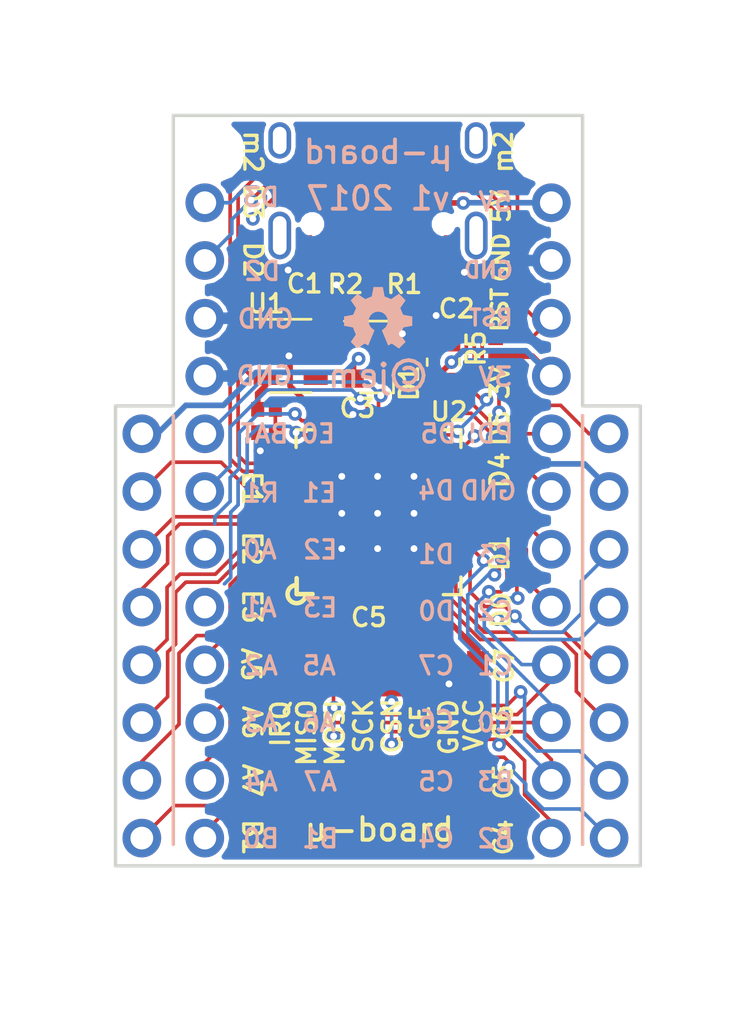
<source format=kicad_pcb>
(kicad_pcb (version 4) (host pcbnew 4.0.7)

  (general
    (links 100)
    (no_connects 13)
    (area -0.075001 -0.075001 23.155001 33.075001)
    (thickness 1.6)
    (drawings 81)
    (tracks 585)
    (zones 0)
    (modules 32)
    (nets 48)
  )

  (page A4)
  (layers
    (0 F.Cu signal)
    (31 B.Cu signal)
    (32 B.Adhes user)
    (33 F.Adhes user)
    (34 B.Paste user)
    (35 F.Paste user)
    (36 B.SilkS user)
    (37 F.SilkS user)
    (38 B.Mask user)
    (39 F.Mask user hide)
    (40 Dwgs.User user)
    (41 Cmts.User user)
    (42 Eco1.User user)
    (43 Eco2.User user)
    (44 Edge.Cuts user)
    (45 Margin user)
    (46 B.CrtYd user)
    (47 F.CrtYd user)
    (48 B.Fab user)
    (49 F.Fab user)
  )

  (setup
    (last_trace_width 0.16)
    (trace_clearance 0.16)
    (zone_clearance 0.2)
    (zone_45_only yes)
    (trace_min 0.16)
    (segment_width 0.15)
    (edge_width 0.15)
    (via_size 0.6)
    (via_drill 0.3)
    (via_min_size 0.6)
    (via_min_drill 0.3)
    (uvia_size 0.3)
    (uvia_drill 0.1)
    (uvias_allowed no)
    (uvia_min_size 0)
    (uvia_min_drill 0)
    (pcb_text_width 0.3)
    (pcb_text_size 1.5 1.5)
    (mod_edge_width 0.15)
    (mod_text_size 1 1)
    (mod_text_width 0.15)
    (pad_size 2.2 2.2)
    (pad_drill 2.2)
    (pad_to_mask_clearance 0.0381)
    (solder_mask_min_width 0.0508)
    (pad_to_paste_clearance -0.07)
    (aux_axis_origin 0 0)
    (visible_elements FFFEF73F)
    (pcbplotparams
      (layerselection 0x010f8_80000001)
      (usegerberextensions true)
      (excludeedgelayer true)
      (linewidth 0.100000)
      (plotframeref false)
      (viasonmask false)
      (mode 1)
      (useauxorigin false)
      (hpglpennumber 1)
      (hpglpenspeed 20)
      (hpglpendiameter 15)
      (hpglpenoverlay 2)
      (psnegative false)
      (psa4output false)
      (plotreference true)
      (plotvalue true)
      (plotinvisibletext false)
      (padsonsilk false)
      (subtractmaskfromsilk false)
      (outputformat 1)
      (mirror false)
      (drillshape 0)
      (scaleselection 1)
      (outputdirectory test-gerber))
  )

  (net 0 "")
  (net 1 +5V)
  (net 2 GND)
  (net 3 +3V3)
  (net 4 "Net-(J1-PadA5)")
  (net 5 /D+)
  (net 6 /D-)
  (net 7 "Net-(J1-PadB5)")
  (net 8 /PE3)
  (net 9 /PDI)
  (net 10 /PCL)
  (net 11 /PR1)
  (net 12 /PA0)
  (net 13 /PA1)
  (net 14 /PA2)
  (net 15 /PA3)
  (net 16 /PA4)
  (net 17 /PA5)
  (net 18 /PA6)
  (net 19 /PA7)
  (net 20 /PB0)
  (net 21 /PB1)
  (net 22 /PE1)
  (net 23 /PE0)
  (net 24 /PD5)
  (net 25 /PD4)
  (net 26 /PD3)
  (net 27 /PD2)
  (net 28 /PD1)
  (net 29 /PD0)
  (net 30 /PC7)
  (net 31 /PC6)
  (net 32 /PC5)
  (net 33 /PC4)
  (net 34 /PC3)
  (net 35 /PC2)
  (net 36 /PC1)
  (net 37 /PC0)
  (net 38 /PB3)
  (net 39 /PB2)
  (net 40 "Net-(C1-Pad2)")
  (net 41 +BATT)
  (net 42 /PE2)
  (net 43 "Net-(J1-PadS1)")
  (net 44 "Net-(J1-PadA8)")
  (net 45 "Net-(J1-PadB8)")
  (net 46 "Net-(R3-Pad1)")
  (net 47 "Net-(U1-Pad4)")

  (net_class Default "This is the default net class."
    (clearance 0.16)
    (trace_width 0.16)
    (via_dia 0.6)
    (via_drill 0.3)
    (uvia_dia 0.3)
    (uvia_drill 0.1)
    (add_net /D+)
    (add_net /D-)
    (add_net /PA0)
    (add_net /PA1)
    (add_net /PA2)
    (add_net /PA3)
    (add_net /PA4)
    (add_net /PA5)
    (add_net /PA6)
    (add_net /PA7)
    (add_net /PB0)
    (add_net /PB1)
    (add_net /PB2)
    (add_net /PB3)
    (add_net /PC0)
    (add_net /PC1)
    (add_net /PC2)
    (add_net /PC3)
    (add_net /PC4)
    (add_net /PC5)
    (add_net /PC6)
    (add_net /PC7)
    (add_net /PCL)
    (add_net /PD0)
    (add_net /PD1)
    (add_net /PD2)
    (add_net /PD3)
    (add_net /PD4)
    (add_net /PD5)
    (add_net /PDI)
    (add_net /PE0)
    (add_net /PE1)
    (add_net /PE2)
    (add_net /PE3)
    (add_net /PR1)
    (add_net "Net-(J1-PadA5)")
    (add_net "Net-(J1-PadA8)")
    (add_net "Net-(J1-PadB5)")
    (add_net "Net-(J1-PadB8)")
    (add_net "Net-(J1-PadS1)")
    (add_net "Net-(R3-Pad1)")
    (add_net "Net-(U1-Pad4)")
  )

  (net_class Power ""
    (clearance 0.16)
    (trace_width 0.25)
    (via_dia 0.6)
    (via_drill 0.3)
    (uvia_dia 0.3)
    (uvia_drill 0.1)
    (add_net +3V3)
    (add_net +5V)
    (add_net +BATT)
    (add_net GND)
    (add_net "Net-(C1-Pad2)")
  )

  (net_class temp ""
    (clearance 0.16)
    (trace_width 0.16)
    (via_dia 0.6)
    (via_drill 0.3)
    (uvia_dia 0.3)
    (uvia_drill 0.1)
  )

  (module nordic:NRF24L01-Module-SMD (layer F.Cu) (tedit 5A2672CA) (tstamp 5A2AB692)
    (at 11.49 25 90)
    (descr "Through hole pin header, pitch 1.27mm")
    (tags "pin header")
    (path /5A268ECA)
    (fp_text reference U3 (at -5.925 0.025 180) (layer Cmts.User)
      (effects (font (size 1 1) (thickness 0.15)))
    )
    (fp_text value nRF24L01_module (at -8 -7 90) (layer F.Fab)
      (effects (font (size 1 1) (thickness 0.15)))
    )
    (fp_text user IRQ (at -1.75 -4.24 90) (layer F.SilkS)
      (effects (font (size 0.8 0.8) (thickness 0.15)))
    )
    (fp_text user MISO (at -2.15 -3.09 90) (layer F.SilkS)
      (effects (font (size 0.8 0.8) (thickness 0.15)))
    )
    (fp_text user MOSI (at -2.15 -1.84 90) (layer F.SilkS)
      (effects (font (size 0.8 0.8) (thickness 0.15)))
    )
    (fp_text user SCK (at -1.85 -0.59 90) (layer F.SilkS)
      (effects (font (size 0.8 0.8) (thickness 0.15)))
    )
    (fp_text user CSN (at -1.85 0.66 90) (layer F.SilkS)
      (effects (font (size 0.8 0.8) (thickness 0.15)))
    )
    (fp_text user CE (at -1.7 1.91 90) (layer F.SilkS)
      (effects (font (size 0.8 0.8) (thickness 0.15)))
    )
    (fp_text user GND (at -1.9 3.16 90) (layer F.SilkS)
      (effects (font (size 0.8 0.8) (thickness 0.15)))
    )
    (fp_text user VCC (at -1.8 4.26 90) (layer F.SilkS)
      (effects (font (size 0.8 0.8) (thickness 0.15)))
    )
    (pad 8 smd rect (at 0 -4.445 90) (size 2 0.95) (drill (offset 0.45 0)) (layers F.Cu F.Paste F.Mask)
      (net 39 /PB2))
    (pad 7 smd rect (at 0 -3.175 90) (size 2 0.95) (drill (offset 0.45 0)) (layers F.Cu F.Paste F.Mask)
      (net 31 /PC6))
    (pad 6 smd rect (at 0 -1.905 90) (size 2 0.95) (drill (offset 0.45 0)) (layers F.Cu F.Paste F.Mask)
      (net 32 /PC5))
    (pad 5 smd rect (at 0 -0.635 90) (size 2 0.95) (drill (offset 0.45 0)) (layers F.Cu F.Paste F.Mask)
      (net 30 /PC7))
    (pad 4 smd rect (at 0 0.635 90) (size 2 0.95) (drill (offset 0.45 0)) (layers F.Cu F.Paste F.Mask)
      (net 33 /PC4))
    (pad 3 smd rect (at 0 1.905 90) (size 2 0.95) (drill (offset 0.45 0)) (layers F.Cu F.Paste F.Mask)
      (net 38 /PB3))
    (pad 2 smd rect (at 0 3.175 90) (size 2 0.95) (drill (offset 0.45 0)) (layers F.Cu F.Paste F.Mask)
      (net 2 GND))
    (pad 1 smd rect (at 0 4.445 90) (size 2 0.95) (drill (offset 0.45 0)) (layers F.Cu F.Paste F.Mask)
      (net 3 +3V3))
  )

  (module TestPoint:TestPoint_Pad_1.0x1.0mm (layer F.Cu) (tedit 5A26617A) (tstamp 5A30BE99)
    (at 9.95 17.5)
    (descr "SMD rectangular pad as test Point, square 1.0mm side length")
    (tags "test point SMD pad rectangle square")
    (attr virtual)
    (fp_text reference REF** (at 0 -1.448) (layer F.SilkS) hide
      (effects (font (size 1 1) (thickness 0.15)))
    )
    (fp_text value TestPoint_Pad_1.0x1.0mm (at 0 1.55) (layer F.Fab) hide
      (effects (font (size 1 1) (thickness 0.15)))
    )
    (pad 1 smd rect (at 0 0) (size 1.3 1.3) (layers F.Cu F.Paste F.Mask)
      (net 2 GND) (zone_connect 2))
  )

  (module TestPoint:TestPoint_Pad_1.0x1.0mm (layer F.Cu) (tedit 5A26617A) (tstamp 5A30BE94)
    (at 9.95 19.05)
    (descr "SMD rectangular pad as test Point, square 1.0mm side length")
    (tags "test point SMD pad rectangle square")
    (attr virtual)
    (fp_text reference REF** (at 0 -1.448) (layer F.SilkS) hide
      (effects (font (size 1 1) (thickness 0.15)))
    )
    (fp_text value TestPoint_Pad_1.0x1.0mm (at 0 1.55) (layer F.Fab) hide
      (effects (font (size 1 1) (thickness 0.15)))
    )
    (pad 1 smd rect (at 0 0) (size 1.3 1.3) (layers F.Cu F.Paste F.Mask)
      (net 2 GND) (zone_connect 2))
  )

  (module TestPoint:TestPoint_Pad_1.0x1.0mm (layer F.Cu) (tedit 5A26617A) (tstamp 5A30BE8F)
    (at 11.525 19.05)
    (descr "SMD rectangular pad as test Point, square 1.0mm side length")
    (tags "test point SMD pad rectangle square")
    (attr virtual)
    (fp_text reference REF** (at 0 -1.448) (layer F.SilkS) hide
      (effects (font (size 1 1) (thickness 0.15)))
    )
    (fp_text value TestPoint_Pad_1.0x1.0mm (at 0 1.55) (layer F.Fab) hide
      (effects (font (size 1 1) (thickness 0.15)))
    )
    (pad 1 smd rect (at 0 0) (size 1.3 1.3) (layers F.Cu F.Paste F.Mask)
      (net 2 GND) (zone_connect 2))
  )

  (module TestPoint:TestPoint_Pad_1.0x1.0mm (layer F.Cu) (tedit 5A26617A) (tstamp 5A30BE8A)
    (at 13.125 19.05)
    (descr "SMD rectangular pad as test Point, square 1.0mm side length")
    (tags "test point SMD pad rectangle square")
    (attr virtual)
    (fp_text reference REF** (at 0 -1.448) (layer F.SilkS) hide
      (effects (font (size 1 1) (thickness 0.15)))
    )
    (fp_text value TestPoint_Pad_1.0x1.0mm (at 0 1.55) (layer F.Fab) hide
      (effects (font (size 1 1) (thickness 0.15)))
    )
    (pad 1 smd rect (at 0 0) (size 1.3 1.3) (layers F.Cu F.Paste F.Mask)
      (net 2 GND) (zone_connect 2))
  )

  (module TestPoint:TestPoint_Pad_1.0x1.0mm (layer F.Cu) (tedit 5A26617A) (tstamp 5A30BE80)
    (at 11.525 17.5)
    (descr "SMD rectangular pad as test Point, square 1.0mm side length")
    (tags "test point SMD pad rectangle square")
    (attr virtual)
    (fp_text reference REF** (at 0 -1.448) (layer F.SilkS) hide
      (effects (font (size 1 1) (thickness 0.15)))
    )
    (fp_text value TestPoint_Pad_1.0x1.0mm (at 0 1.55) (layer F.Fab) hide
      (effects (font (size 1 1) (thickness 0.15)))
    )
    (pad 1 smd rect (at 0 0) (size 1.3 1.3) (layers F.Cu F.Paste F.Mask)
      (net 2 GND) (zone_connect 2))
  )

  (module TestPoint:TestPoint_Pad_1.0x1.0mm (layer F.Cu) (tedit 5A26617A) (tstamp 5A30BE7B)
    (at 13.125 17.5)
    (descr "SMD rectangular pad as test Point, square 1.0mm side length")
    (tags "test point SMD pad rectangle square")
    (attr virtual)
    (fp_text reference REF** (at 0 -1.448) (layer F.SilkS) hide
      (effects (font (size 1 1) (thickness 0.15)))
    )
    (fp_text value TestPoint_Pad_1.0x1.0mm (at 0 1.55) (layer F.Fab) hide
      (effects (font (size 1 1) (thickness 0.15)))
    )
    (pad 1 smd rect (at 0 0) (size 1.3 1.3) (layers F.Cu F.Paste F.Mask)
      (net 2 GND) (zone_connect 2))
  )

  (module TestPoint:TestPoint_Pad_1.0x1.0mm (layer F.Cu) (tedit 5A26617A) (tstamp 5A30BE75)
    (at 9.95 15.875)
    (descr "SMD rectangular pad as test Point, square 1.0mm side length")
    (tags "test point SMD pad rectangle square")
    (attr virtual)
    (fp_text reference REF** (at 0 -1.448) (layer F.SilkS) hide
      (effects (font (size 1 1) (thickness 0.15)))
    )
    (fp_text value TestPoint_Pad_1.0x1.0mm (at 0 1.55) (layer F.Fab) hide
      (effects (font (size 1 1) (thickness 0.15)))
    )
    (pad 1 smd rect (at 0 0) (size 1.3 1.3) (layers F.Cu F.Paste F.Mask)
      (net 2 GND) (zone_connect 2))
  )

  (module TestPoint:TestPoint_Pad_1.0x1.0mm (layer F.Cu) (tedit 5A26617A) (tstamp 5A30BE6F)
    (at 11.525 15.875)
    (descr "SMD rectangular pad as test Point, square 1.0mm side length")
    (tags "test point SMD pad rectangle square")
    (attr virtual)
    (fp_text reference REF** (at 0 -1.448) (layer F.SilkS) hide
      (effects (font (size 1 1) (thickness 0.15)))
    )
    (fp_text value TestPoint_Pad_1.0x1.0mm (at 0 1.55) (layer F.Fab) hide
      (effects (font (size 1 1) (thickness 0.15)))
    )
    (pad 1 smd rect (at 0 0) (size 1.3 1.3) (layers F.Cu F.Paste F.Mask)
      (net 2 GND) (zone_connect 2))
  )

  (module TestPoint:TestPoint_Pad_1.0x1.0mm (layer F.Cu) (tedit 5A26617A) (tstamp 5A30BD19)
    (at 13.125 15.875)
    (descr "SMD rectangular pad as test Point, square 1.0mm side length")
    (tags "test point SMD pad rectangle square")
    (attr virtual)
    (fp_text reference REF** (at 0 -1.448) (layer F.SilkS) hide
      (effects (font (size 1 1) (thickness 0.15)))
    )
    (fp_text value TestPoint_Pad_1.0x1.0mm (at 0 1.55) (layer F.Fab) hide
      (effects (font (size 1 1) (thickness 0.15)))
    )
    (pad 1 smd rect (at 0 0) (size 1.3 1.3) (layers F.Cu F.Paste F.Mask)
      (net 2 GND) (zone_connect 2))
  )

  (module Conn_PinHeader_2.54mm:PinHeader_1x12_P2.54mm_Vertical (layer F.Cu) (tedit 5A266797) (tstamp 5A2C3783)
    (at 3.925 3.84)
    (descr "Through hole straight pin header, 1x12, 2.54mm pitch, single row")
    (tags "Through hole pin header THT 1x12 2.54mm single row")
    (path /5A26D5CC)
    (fp_text reference J2 (at 0 -2.33) (layer Cmts.User) hide
      (effects (font (size 1 1) (thickness 0.15)))
    )
    (fp_text value Conn_01x11 (at 0 30.27) (layer F.Fab)
      (effects (font (size 1 1) (thickness 0.15)))
    )
    (fp_line (start -0.635 -1.27) (end 1.27 -1.27) (layer F.Fab) (width 0.1))
    (fp_line (start 1.27 -1.27) (end 1.27 29.21) (layer F.Fab) (width 0.1))
    (fp_line (start 1.27 29.21) (end -1.27 29.21) (layer F.Fab) (width 0.1))
    (fp_line (start -1.27 29.21) (end -1.27 -0.635) (layer F.Fab) (width 0.1))
    (fp_line (start -1.27 -0.635) (end -0.635 -1.27) (layer F.Fab) (width 0.1))
    (fp_line (start -1.8 -1.8) (end -1.8 29.75) (layer F.CrtYd) (width 0.05))
    (fp_line (start -1.8 29.75) (end 1.8 29.75) (layer F.CrtYd) (width 0.05))
    (fp_line (start 1.8 29.75) (end 1.8 -1.8) (layer F.CrtYd) (width 0.05))
    (fp_line (start 1.8 -1.8) (end -1.8 -1.8) (layer F.CrtYd) (width 0.05))
    (fp_text user %R (at 0 13.97 90) (layer F.Fab)
      (effects (font (size 1 1) (thickness 0.15)))
    )
    (pad 1 thru_hole circle (at 0 0) (size 1.7 1.7) (drill 1) (layers *.Cu *.Mask)
      (net 26 /PD3))
    (pad 2 thru_hole oval (at 0 2.54) (size 1.7 1.7) (drill 1) (layers *.Cu *.Mask)
      (net 27 /PD2))
    (pad 3 thru_hole oval (at 0 5.08) (size 1.7 1.7) (drill 1) (layers *.Cu *.Mask)
      (net 2 GND))
    (pad 4 thru_hole oval (at 0 7.62) (size 1.7 1.7) (drill 1) (layers *.Cu *.Mask)
      (net 2 GND))
    (pad 5 thru_hole oval (at 0 10.16) (size 1.7 1.7) (drill 1) (layers *.Cu *.Mask)
      (net 23 /PE0))
    (pad 6 thru_hole oval (at 0 12.7) (size 1.7 1.7) (drill 1) (layers *.Cu *.Mask)
      (net 22 /PE1))
    (pad 7 thru_hole oval (at 0 15.24) (size 1.7 1.7) (drill 1) (layers *.Cu *.Mask)
      (net 42 /PE2))
    (pad 8 thru_hole oval (at 0 17.78) (size 1.7 1.7) (drill 1) (layers *.Cu *.Mask)
      (net 8 /PE3))
    (pad 9 thru_hole oval (at 0 20.32) (size 1.7 1.7) (drill 1) (layers *.Cu *.Mask)
      (net 17 /PA5))
    (pad 10 thru_hole oval (at 0 22.86) (size 1.7 1.7) (drill 1) (layers *.Cu *.Mask)
      (net 18 /PA6))
    (pad 11 thru_hole oval (at 0 25.4) (size 1.7 1.7) (drill 1) (layers *.Cu *.Mask)
      (net 19 /PA7))
    (pad 12 thru_hole oval (at 0 27.94) (size 1.7 1.7) (drill 1) (layers *.Cu *.Mask)
      (net 21 /PB1))
    (model ${KISYS3DMOD}/Conn_PinHeader_2.54mm.3dshapes/PinHeader_1x12_P2.54mm_Vertical.wrl
      (at (xyz 0 0 0))
      (scale (xyz 1 1 1))
      (rotate (xyz 0 0 0))
    )
  )

  (module Conn_PinHeader_2.54mm:PinHeader_1x08_P2.54mm_Vertical (layer F.Cu) (tedit 5A266C50) (tstamp 5A2E77A0)
    (at 21.705 14)
    (descr "Through hole straight pin header, 1x08, 2.54mm pitch, single row")
    (tags "Through hole pin header THT 1x08 2.54mm single row")
    (path /5A26C467)
    (fp_text reference J5 (at 0 -2.33) (layer Cmts.User)
      (effects (font (size 1 1) (thickness 0.15)))
    )
    (fp_text value Conn_01x06 (at 0 20.11) (layer F.Fab)
      (effects (font (size 1 1) (thickness 0.15)))
    )
    (fp_line (start -0.635 -1.27) (end 1.27 -1.27) (layer F.Fab) (width 0.1))
    (fp_line (start 1.27 -1.27) (end 1.27 19.05) (layer F.Fab) (width 0.1))
    (fp_line (start 1.27 19.05) (end -1.27 19.05) (layer F.Fab) (width 0.1))
    (fp_line (start -1.27 19.05) (end -1.27 -0.635) (layer F.Fab) (width 0.1))
    (fp_line (start -1.27 -0.635) (end -0.635 -1.27) (layer F.Fab) (width 0.1))
    (fp_line (start -1.8 -1.8) (end -1.8 19.55) (layer F.CrtYd) (width 0.05))
    (fp_line (start -1.8 19.55) (end 1.8 19.55) (layer F.CrtYd) (width 0.05))
    (fp_line (start 1.8 19.55) (end 1.8 -1.8) (layer F.CrtYd) (width 0.05))
    (fp_line (start 1.8 -1.8) (end -1.8 -1.8) (layer F.CrtYd) (width 0.05))
    (fp_text user %R (at 0 8.89 90) (layer F.Fab)
      (effects (font (size 1 1) (thickness 0.15)))
    )
    (pad 1 thru_hole circle (at 0 0) (size 1.7 1.7) (drill 1) (layers *.Cu *.Mask)
      (net 9 /PDI))
    (pad 2 thru_hole oval (at 0 2.54) (size 1.7 1.7) (drill 1) (layers *.Cu *.Mask)
      (net 2 GND))
    (pad 3 thru_hole oval (at 0 5.08) (size 1.7 1.7) (drill 1) (layers *.Cu *.Mask)
      (net 34 /PC3))
    (pad 4 thru_hole oval (at 0 7.62) (size 1.7 1.7) (drill 1) (layers *.Cu *.Mask)
      (net 35 /PC2))
    (pad 5 thru_hole oval (at 0 10.16) (size 1.7 1.7) (drill 1) (layers *.Cu *.Mask)
      (net 36 /PC1))
    (pad 6 thru_hole oval (at 0 12.7) (size 1.7 1.7) (drill 1) (layers *.Cu *.Mask)
      (net 37 /PC0))
    (pad 7 thru_hole oval (at 0 15.24) (size 1.7 1.7) (drill 1) (layers *.Cu *.Mask)
      (net 38 /PB3))
    (pad 8 thru_hole oval (at 0 17.78) (size 1.7 1.7) (drill 1) (layers *.Cu *.Mask)
      (net 39 /PB2))
    (model ${KISYS3DMOD}/Conn_PinHeader_2.54mm.3dshapes/PinHeader_1x08_P2.54mm_Vertical.wrl
      (at (xyz 0 0 0))
      (scale (xyz 1 1 1))
      (rotate (xyz 0 0 0))
    )
  )

  (module Conn_PinHeader_2.54mm:PinHeader_1x12_P2.54mm_Vertical (layer F.Cu) (tedit 5A26679D) (tstamp 5A2DB9B5)
    (at 19.165 3.84)
    (descr "Through hole straight pin header, 1x12, 2.54mm pitch, single row")
    (tags "Through hole pin header THT 1x12 2.54mm single row")
    (path /5A265388)
    (fp_text reference J4 (at 0 -2.33) (layer Cmts.User)
      (effects (font (size 1 1) (thickness 0.15)))
    )
    (fp_text value Conn_01x13 (at 0 30.27) (layer F.Fab)
      (effects (font (size 1 1) (thickness 0.15)))
    )
    (fp_line (start -0.635 -1.27) (end 1.27 -1.27) (layer F.Fab) (width 0.1))
    (fp_line (start 1.27 -1.27) (end 1.27 29.21) (layer F.Fab) (width 0.1))
    (fp_line (start 1.27 29.21) (end -1.27 29.21) (layer F.Fab) (width 0.1))
    (fp_line (start -1.27 29.21) (end -1.27 -0.635) (layer F.Fab) (width 0.1))
    (fp_line (start -1.27 -0.635) (end -0.635 -1.27) (layer F.Fab) (width 0.1))
    (fp_line (start -1.8 -1.8) (end -1.8 29.75) (layer F.CrtYd) (width 0.05))
    (fp_line (start -1.8 29.75) (end 1.8 29.75) (layer F.CrtYd) (width 0.05))
    (fp_line (start 1.8 29.75) (end 1.8 -1.8) (layer F.CrtYd) (width 0.05))
    (fp_line (start 1.8 -1.8) (end -1.8 -1.8) (layer F.CrtYd) (width 0.05))
    (fp_text user %R (at 0 13.97 90) (layer F.Fab)
      (effects (font (size 1 1) (thickness 0.15)))
    )
    (pad 1 thru_hole circle (at 0 0) (size 1.7 1.7) (drill 1) (layers *.Cu *.Mask)
      (net 1 +5V))
    (pad 2 thru_hole oval (at 0 2.54) (size 1.7 1.7) (drill 1) (layers *.Cu *.Mask)
      (net 2 GND))
    (pad 3 thru_hole oval (at 0 5.08) (size 1.7 1.7) (drill 1) (layers *.Cu *.Mask)
      (net 10 /PCL))
    (pad 4 thru_hole oval (at 0 7.62) (size 1.7 1.7) (drill 1) (layers *.Cu *.Mask)
      (net 3 +3V3))
    (pad 5 thru_hole oval (at 0 10.16) (size 1.7 1.7) (drill 1) (layers *.Cu *.Mask)
      (net 24 /PD5))
    (pad 6 thru_hole oval (at 0 12.7) (size 1.7 1.7) (drill 1) (layers *.Cu *.Mask)
      (net 25 /PD4))
    (pad 7 thru_hole oval (at 0 15.24) (size 1.7 1.7) (drill 1) (layers *.Cu *.Mask)
      (net 28 /PD1))
    (pad 8 thru_hole oval (at 0 17.78) (size 1.7 1.7) (drill 1) (layers *.Cu *.Mask)
      (net 29 /PD0))
    (pad 9 thru_hole oval (at 0 20.32) (size 1.7 1.7) (drill 1) (layers *.Cu *.Mask)
      (net 30 /PC7))
    (pad 10 thru_hole oval (at 0 22.86) (size 1.7 1.7) (drill 1) (layers *.Cu *.Mask)
      (net 31 /PC6))
    (pad 11 thru_hole oval (at 0 25.4) (size 1.7 1.7) (drill 1) (layers *.Cu *.Mask)
      (net 32 /PC5))
    (pad 12 thru_hole oval (at 0 27.94) (size 1.7 1.7) (drill 1) (layers *.Cu *.Mask)
      (net 33 /PC4))
    (model ${KISYS3DMOD}/Conn_PinHeader_2.54mm.3dshapes/PinHeader_1x12_P2.54mm_Vertical.wrl
      (at (xyz 0 0 0))
      (scale (xyz 1 1 1))
      (rotate (xyz 0 0 0))
    )
  )

  (module Conn_PinHeader_2.54mm:PinHeader_1x08_P2.54mm_Vertical (layer F.Cu) (tedit 5A265278) (tstamp 5A2B7926)
    (at 1.155 14)
    (descr "Through hole straight pin header, 1x08, 2.54mm pitch, single row")
    (tags "Through hole pin header THT 1x08 2.54mm single row")
    (path /5A26D970)
    (fp_text reference J3 (at 0 -2.33) (layer Cmts.User)
      (effects (font (size 1 1) (thickness 0.15)))
    )
    (fp_text value Conn_01x08 (at 0 20.11) (layer F.Fab)
      (effects (font (size 1 1) (thickness 0.15)))
    )
    (fp_line (start -0.635 -1.27) (end 1.27 -1.27) (layer F.Fab) (width 0.1))
    (fp_line (start 1.27 -1.27) (end 1.27 19.05) (layer F.Fab) (width 0.1))
    (fp_line (start 1.27 19.05) (end -1.27 19.05) (layer F.Fab) (width 0.1))
    (fp_line (start -1.27 19.05) (end -1.27 -0.635) (layer F.Fab) (width 0.1))
    (fp_line (start -1.27 -0.635) (end -0.635 -1.27) (layer F.Fab) (width 0.1))
    (fp_line (start -1.8 -1.8) (end -1.8 19.55) (layer F.CrtYd) (width 0.05))
    (fp_line (start -1.8 19.55) (end 1.8 19.55) (layer F.CrtYd) (width 0.05))
    (fp_line (start 1.8 19.55) (end 1.8 -1.8) (layer F.CrtYd) (width 0.05))
    (fp_line (start 1.8 -1.8) (end -1.8 -1.8) (layer F.CrtYd) (width 0.05))
    (fp_text user %R (at 0 8.89 90) (layer F.Fab)
      (effects (font (size 1 1) (thickness 0.15)))
    )
    (pad 1 thru_hole circle (at 0 0) (size 1.7 1.7) (drill 1) (layers *.Cu *.Mask)
      (net 41 +BATT))
    (pad 2 thru_hole oval (at 0 2.54) (size 1.7 1.7) (drill 1) (layers *.Cu *.Mask)
      (net 11 /PR1))
    (pad 3 thru_hole oval (at 0 5.08) (size 1.7 1.7) (drill 1) (layers *.Cu *.Mask)
      (net 12 /PA0))
    (pad 4 thru_hole oval (at 0 7.62) (size 1.7 1.7) (drill 1) (layers *.Cu *.Mask)
      (net 13 /PA1))
    (pad 5 thru_hole oval (at 0 10.16) (size 1.7 1.7) (drill 1) (layers *.Cu *.Mask)
      (net 14 /PA2))
    (pad 6 thru_hole oval (at 0 12.7) (size 1.7 1.7) (drill 1) (layers *.Cu *.Mask)
      (net 15 /PA3))
    (pad 7 thru_hole oval (at 0 15.24) (size 1.7 1.7) (drill 1) (layers *.Cu *.Mask)
      (net 16 /PA4))
    (pad 8 thru_hole oval (at 0 17.78) (size 1.7 1.7) (drill 1) (layers *.Cu *.Mask)
      (net 20 /PB0))
    (model ${KISYS3DMOD}/Conn_PinHeader_2.54mm.3dshapes/PinHeader_1x08_P2.54mm_Vertical.wrl
      (at (xyz 0 0 0))
      (scale (xyz 1 1 1))
      (rotate (xyz 0 0 0))
    )
  )

  (module conn_usb:USB_TypeC_U31F-24SNA0201 (layer F.Cu) (tedit 5A265316) (tstamp 5A263B68)
    (at 11.54 -1.5 180)
    (descr http://www.dory-tech.com/UploadFiles/2017/0/2017080810353867631.pdf)
    (path /5A25020D)
    (fp_text reference J1 (at 0.015 -2.45 180) (layer Cmts.User)
      (effects (font (size 1 1) (thickness 0.15)))
    )
    (fp_text value USB_C_Receptacle (at 0.02 1.18 180) (layer F.Fab)
      (effects (font (size 1 1) (thickness 0.15)))
    )
    (fp_line (start 4.47 -7.35) (end -4.47 -7.35) (layer F.Fab) (width 0.1))
    (fp_line (start -4.47 -7.35) (end -4.47 0) (layer F.Fab) (width 0.1))
    (fp_line (start -4.47 0) (end 4.47 0) (layer F.Fab) (width 0.1))
    (fp_line (start 4.47 0) (end 4.47 -7.35) (layer F.Fab) (width 0.1))
    (fp_line (start -4.9 -1.45) (end 4.9 -1.45) (layer F.CrtYd) (width 0.1))
    (pad A6 smd rect (at -0.25 -7.345 180) (size 0.3 1.15) (layers F.Cu F.Paste F.Mask)
      (net 5 /D+))
    (pad B1 smd rect (at 3.2 -7.345 180) (size 0.6 1.15) (layers F.Cu F.Paste F.Mask)
      (net 2 GND))
    (pad B4 smd rect (at 2.4 -7.345 180) (size 0.6 1.15) (layers F.Cu F.Paste F.Mask)
      (net 1 +5V))
    (pad A4 smd rect (at -2.4 -7.345 180) (size 0.6 1.15) (layers F.Cu F.Paste F.Mask)
      (net 1 +5V))
    (pad S1 thru_hole oval (at -4.32 -6.78 180) (size 1 2.1) (drill oval 0.6 1.7) (layers *.Cu *.Mask)
      (net 43 "Net-(J1-PadS1)"))
    (pad "" np_thru_hole circle (at -2.89 -6.28 180) (size 0.65 0.65) (drill 0.65) (layers *.Cu *.Mask))
    (pad S1 thru_hole oval (at 4.32 -6.78 180) (size 1 2.1) (drill oval 0.6 1.7) (layers *.Cu *.Mask)
      (net 43 "Net-(J1-PadS1)"))
    (pad S1 thru_hole oval (at -4.32 -2.6 180) (size 1 1.6) (drill oval 0.6 1.2) (layers *.Cu *.Mask)
      (net 43 "Net-(J1-PadS1)"))
    (pad S1 thru_hole oval (at 4.32 -2.6 180) (size 1 1.6) (drill oval 0.6 1.2) (layers *.Cu *.Mask)
      (net 43 "Net-(J1-PadS1)"))
    (pad A1 smd rect (at -3.2 -7.345 180) (size 0.6 1.15) (layers F.Cu F.Paste F.Mask)
      (net 2 GND))
    (pad "" np_thru_hole circle (at 2.89 -6.28 180) (size 0.65 0.65) (drill 0.65) (layers *.Cu *.Mask))
    (pad A7 smd rect (at 0.25 -7.345 180) (size 0.3 1.15) (layers F.Cu F.Paste F.Mask)
      (net 6 /D-))
    (pad B6 smd rect (at 0.75 -7.345 180) (size 0.3 1.15) (layers F.Cu F.Paste F.Mask)
      (net 5 /D+))
    (pad A8 smd rect (at 1.25 -7.345 180) (size 0.3 1.15) (layers F.Cu F.Paste F.Mask)
      (net 44 "Net-(J1-PadA8)"))
    (pad B5 smd rect (at 1.75 -7.345 180) (size 0.3 1.15) (layers F.Cu F.Paste F.Mask)
      (net 7 "Net-(J1-PadB5)"))
    (pad B7 smd rect (at -0.75 -7.345 180) (size 0.3 1.15) (layers F.Cu F.Paste F.Mask)
      (net 6 /D-))
    (pad A5 smd rect (at -1.25 -7.345 180) (size 0.3 1.15) (layers F.Cu F.Paste F.Mask)
      (net 4 "Net-(J1-PadA5)"))
    (pad B8 smd rect (at -1.75 -7.345 180) (size 0.3 1.15) (layers F.Cu F.Paste F.Mask)
      (net 45 "Net-(J1-PadB8)"))
  )

  (module Mounting_Holes:MountingHole_2.2mm_M2 (layer F.Cu) (tedit 5910EA24) (tstamp 59100503)
    (at 18.7 1.6)
    (descr "Mounting Hole 2.2mm, no annular, M2")
    (tags "mounting hole 2.2mm no annular m2")
    (fp_text reference REF** (at 0 -3.2) (layer F.SilkS) hide
      (effects (font (size 1 1) (thickness 0.15)))
    )
    (fp_text value MountingHole_2.2mm_M2 (at 0 3.2) (layer F.Fab)
      (effects (font (size 1 1) (thickness 0.15)))
    )
    (fp_circle (center 0 0) (end 2.2 0) (layer Cmts.User) (width 0.15))
    (fp_circle (center 0 0) (end 2.45 0) (layer F.CrtYd) (width 0.05))
    (pad 1 np_thru_hole circle (at 0 0) (size 2.2 2.2) (drill 2.2) (layers *.Cu *.Mask))
  )

  (module qfn:QFN-44-1EP_7x7mm_Pitch0.5mm_Alt_Silk (layer F.Cu) (tedit 5A2647C2) (tstamp 59BDA6F2)
    (at 11.565 17.45 90)
    (descr "UK Package; 44-Lead Plastic QFN (7mm x 7mm); (see Linear Technology QFN_44_05-08-1763.pdf)")
    (tags "QFN 0.5")
    (path /5A24E79F)
    (zone_connect 2)
    (attr smd)
    (fp_text reference U2 (at 4.425 3.1 180) (layer F.SilkS)
      (effects (font (size 0.8 0.8) (thickness 0.15)))
    )
    (fp_text value ATXMEGA-A4U-EPAD (at 0 4.75 90) (layer F.Fab)
      (effects (font (size 1 1) (thickness 0.15)))
    )
    (fp_line (start -2.9 -3.6) (end -3.6 -3.6) (layer F.SilkS) (width 0.2))
    (fp_arc (start -3.6 -3.6) (end -3.6 -3.2) (angle 270) (layer F.SilkS) (width 0.2))
    (fp_line (start -3.6 -3.6) (end -3.6 -2.9) (layer F.SilkS) (width 0.2))
    (fp_line (start -2.5 -3.5) (end 3.5 -3.5) (layer F.Fab) (width 0.15))
    (fp_line (start 3.5 -3.5) (end 3.5 3.5) (layer F.Fab) (width 0.15))
    (fp_line (start 3.5 3.5) (end -3.5 3.5) (layer F.Fab) (width 0.15))
    (fp_line (start -3.5 3.5) (end -3.5 -2.5) (layer F.Fab) (width 0.15))
    (fp_line (start -3.5 -2.5) (end -2.5 -3.5) (layer F.Fab) (width 0.15))
    (fp_line (start -4 -4) (end -4 4) (layer F.CrtYd) (width 0.05))
    (fp_line (start 4 -4) (end 4 4) (layer F.CrtYd) (width 0.05))
    (fp_line (start -4 -4) (end 4 -4) (layer F.CrtYd) (width 0.05))
    (fp_line (start -4 4) (end 4 4) (layer F.CrtYd) (width 0.05))
    (fp_line (start 3.625 -3.625) (end 3.625 -2.85) (layer F.SilkS) (width 0.15))
    (fp_line (start -3.625 3.625) (end -3.625 2.85) (layer F.SilkS) (width 0.15))
    (fp_line (start 3.625 3.625) (end 3.625 2.85) (layer F.SilkS) (width 0.15))
    (fp_line (start -3.625 3.625) (end -2.85 3.625) (layer F.SilkS) (width 0.15))
    (fp_line (start 3.625 3.625) (end 2.85 3.625) (layer F.SilkS) (width 0.15))
    (fp_line (start 3.625 -3.625) (end 2.85 -3.625) (layer F.SilkS) (width 0.15))
    (pad 1 smd rect (at -3.4 -2.5 90) (size 0.7 0.25) (layers F.Cu F.Paste F.Mask)
      (net 17 /PA5) (zone_connect 2))
    (pad 2 smd rect (at -3.4 -2 90) (size 0.7 0.25) (layers F.Cu F.Paste F.Mask)
      (net 18 /PA6) (zone_connect 2))
    (pad 3 smd rect (at -3.4 -1.5 90) (size 0.7 0.25) (layers F.Cu F.Paste F.Mask)
      (net 19 /PA7) (zone_connect 2))
    (pad 4 smd rect (at -3.4 -1 90) (size 0.7 0.25) (layers F.Cu F.Paste F.Mask)
      (net 20 /PB0) (zone_connect 2))
    (pad 5 smd rect (at -3.4 -0.5 90) (size 0.7 0.25) (layers F.Cu F.Paste F.Mask)
      (net 21 /PB1) (zone_connect 2))
    (pad 6 smd rect (at -3.4 0 90) (size 0.7 0.25) (layers F.Cu F.Paste F.Mask)
      (net 39 /PB2) (zone_connect 2))
    (pad 7 smd rect (at -3.4 0.5 90) (size 0.7 0.25) (layers F.Cu F.Paste F.Mask)
      (net 38 /PB3) (zone_connect 2))
    (pad 8 smd rect (at -3.4 1 90) (size 0.7 0.25) (layers F.Cu F.Paste F.Mask)
      (net 2 GND) (zone_connect 2))
    (pad 9 smd rect (at -3.4 1.5 90) (size 0.7 0.25) (layers F.Cu F.Paste F.Mask)
      (net 3 +3V3) (zone_connect 2))
    (pad 10 smd rect (at -3.4 2 90) (size 0.7 0.25) (layers F.Cu F.Paste F.Mask)
      (net 37 /PC0) (zone_connect 2))
    (pad 11 smd rect (at -3.4 2.5 90) (size 0.7 0.25) (layers F.Cu F.Paste F.Mask)
      (net 36 /PC1) (zone_connect 2))
    (pad 12 smd rect (at -2.5 3.4 180) (size 0.7 0.25) (layers F.Cu F.Paste F.Mask)
      (net 35 /PC2) (zone_connect 2))
    (pad 13 smd rect (at -2 3.4 180) (size 0.7 0.25) (layers F.Cu F.Paste F.Mask)
      (net 34 /PC3) (zone_connect 2))
    (pad 14 smd rect (at -1.5 3.4 180) (size 0.7 0.25) (layers F.Cu F.Paste F.Mask)
      (net 33 /PC4) (zone_connect 2))
    (pad 15 smd rect (at -1 3.4 180) (size 0.7 0.25) (layers F.Cu F.Paste F.Mask)
      (net 32 /PC5) (zone_connect 2))
    (pad 16 smd rect (at -0.5 3.4 180) (size 0.7 0.25) (layers F.Cu F.Paste F.Mask)
      (net 31 /PC6) (zone_connect 2))
    (pad 17 smd rect (at 0 3.4 180) (size 0.7 0.25) (layers F.Cu F.Paste F.Mask)
      (net 30 /PC7) (zone_connect 2))
    (pad 18 smd rect (at 0.5 3.4 180) (size 0.7 0.25) (layers F.Cu F.Paste F.Mask)
      (net 2 GND) (zone_connect 2))
    (pad 19 smd rect (at 1 3.4 180) (size 0.7 0.25) (layers F.Cu F.Paste F.Mask)
      (net 3 +3V3) (zone_connect 2))
    (pad 20 smd rect (at 1.5 3.4 180) (size 0.7 0.25) (layers F.Cu F.Paste F.Mask)
      (net 29 /PD0) (zone_connect 2))
    (pad 21 smd rect (at 2 3.4 180) (size 0.7 0.25) (layers F.Cu F.Paste F.Mask)
      (net 28 /PD1) (zone_connect 2))
    (pad 22 smd rect (at 2.5 3.4 180) (size 0.7 0.25) (layers F.Cu F.Paste F.Mask)
      (net 27 /PD2) (zone_connect 2))
    (pad 23 smd rect (at 3.4 2.5 90) (size 0.7 0.25) (layers F.Cu F.Paste F.Mask)
      (net 26 /PD3) (zone_connect 2))
    (pad 24 smd rect (at 3.4 2 90) (size 0.7 0.25) (layers F.Cu F.Paste F.Mask)
      (net 25 /PD4) (zone_connect 2))
    (pad 25 smd rect (at 3.4 1.5 90) (size 0.7 0.25) (layers F.Cu F.Paste F.Mask)
      (net 24 /PD5) (zone_connect 2))
    (pad 26 smd rect (at 3.4 1 90) (size 0.7 0.25) (layers F.Cu F.Paste F.Mask)
      (net 6 /D-) (zone_connect 2))
    (pad 27 smd rect (at 3.4 0.5 90) (size 0.7 0.25) (layers F.Cu F.Paste F.Mask)
      (net 5 /D+) (zone_connect 2))
    (pad 28 smd rect (at 3.4 0 90) (size 0.7 0.25) (layers F.Cu F.Paste F.Mask)
      (net 23 /PE0) (zone_connect 2))
    (pad 29 smd rect (at 3.4 -0.5 90) (size 0.7 0.25) (layers F.Cu F.Paste F.Mask)
      (net 22 /PE1) (zone_connect 2))
    (pad 30 smd rect (at 3.4 -1 90) (size 0.7 0.25) (layers F.Cu F.Paste F.Mask)
      (net 2 GND) (zone_connect 2))
    (pad 31 smd rect (at 3.4 -1.5 90) (size 0.7 0.25) (layers F.Cu F.Paste F.Mask)
      (net 3 +3V3) (zone_connect 2))
    (pad 32 smd rect (at 3.4 -2 90) (size 0.7 0.25) (layers F.Cu F.Paste F.Mask)
      (net 42 /PE2) (zone_connect 2))
    (pad 33 smd rect (at 3.4 -2.5 90) (size 0.7 0.25) (layers F.Cu F.Paste F.Mask)
      (net 8 /PE3) (zone_connect 2))
    (pad 34 smd rect (at 2.5 -3.4 180) (size 0.7 0.25) (layers F.Cu F.Paste F.Mask)
      (net 9 /PDI) (zone_connect 2))
    (pad 35 smd rect (at 2 -3.4 180) (size 0.7 0.25) (layers F.Cu F.Paste F.Mask)
      (net 10 /PCL) (zone_connect 2))
    (pad 36 smd rect (at 1.5 -3.4 180) (size 0.7 0.25) (layers F.Cu F.Paste F.Mask)
      (net 46 "Net-(R3-Pad1)") (zone_connect 2))
    (pad 37 smd rect (at 1 -3.4 180) (size 0.7 0.25) (layers F.Cu F.Paste F.Mask)
      (net 11 /PR1) (zone_connect 2))
    (pad 38 smd rect (at 0.5 -3.4 180) (size 0.7 0.25) (layers F.Cu F.Paste F.Mask)
      (net 2 GND) (zone_connect 2))
    (pad 39 smd rect (at 0 -3.4 180) (size 0.7 0.25) (layers F.Cu F.Paste F.Mask)
      (net 3 +3V3) (zone_connect 2))
    (pad 40 smd rect (at -0.5 -3.4 180) (size 0.7 0.25) (layers F.Cu F.Paste F.Mask)
      (net 12 /PA0) (zone_connect 2))
    (pad 41 smd rect (at -1 -3.4 180) (size 0.7 0.25) (layers F.Cu F.Paste F.Mask)
      (net 13 /PA1) (zone_connect 2))
    (pad 42 smd rect (at -1.5 -3.4 180) (size 0.7 0.25) (layers F.Cu F.Paste F.Mask)
      (net 14 /PA2) (zone_connect 2))
    (pad 43 smd rect (at -2 -3.4 180) (size 0.7 0.25) (layers F.Cu F.Paste F.Mask)
      (net 15 /PA3) (zone_connect 2))
    (pad 44 smd rect (at -2.5 -3.4 180) (size 0.7 0.25) (layers F.Cu F.Paste F.Mask)
      (net 16 /PA4) (zone_connect 2))
    (model Housings_DFN_QFN.3dshapes/QFN-44-1EP_7x7mm_Pitch0.5mm.wrl
      (at (xyz 0 0 0))
      (scale (xyz 1 1 1))
      (rotate (xyz 0 0 0))
    )
  )

  (module Capacitor_SMD:C_0402_1005Metric (layer F.Cu) (tedit 5A2647E3) (tstamp 5A2A09E0)
    (at 8.365 8.35 180)
    (descr "Capacitor SMD 0402 (1005 Metric), square (rectangular) end terminal, IPC_7351 nominal, (Body size source: http://www.tortai-tech.com/upload/download/2011102023233369053.pdf), generated with kicad-footprint-generator")
    (tags capacitor)
    (path /5912FD33)
    (attr smd)
    (fp_text reference C1 (at 0.05 0.95 180) (layer F.SilkS)
      (effects (font (size 0.8 0.8) (thickness 0.15)))
    )
    (fp_text value 1uF (at 0 1.5 180) (layer F.Fab)
      (effects (font (size 1 1) (thickness 0.15)))
    )
    (fp_line (start -0.5 0.25) (end -0.5 -0.25) (layer F.Fab) (width 0.1))
    (fp_line (start -0.5 -0.25) (end 0.5 -0.25) (layer F.Fab) (width 0.1))
    (fp_line (start 0.5 -0.25) (end 0.5 0.25) (layer F.Fab) (width 0.1))
    (fp_line (start 0.5 0.25) (end -0.5 0.25) (layer F.Fab) (width 0.1))
    (fp_line (start -0.82 0.48) (end -0.82 -0.48) (layer F.CrtYd) (width 0.05))
    (fp_line (start -0.82 -0.48) (end 0.82 -0.48) (layer F.CrtYd) (width 0.05))
    (fp_line (start 0.82 -0.48) (end 0.82 0.48) (layer F.CrtYd) (width 0.05))
    (fp_line (start 0.82 0.48) (end -0.82 0.48) (layer F.CrtYd) (width 0.05))
    (fp_text user %R (at 0 -0.88 180) (layer F.Fab)
      (effects (font (size 0.5 0.5) (thickness 0.08)))
    )
    (pad 1 smd rect (at -0.3875 0 180) (size 0.575 0.65) (layers F.Cu F.Paste F.Mask)
      (net 2 GND))
    (pad 2 smd rect (at 0.3875 0 180) (size 0.575 0.65) (layers F.Cu F.Paste F.Mask)
      (net 40 "Net-(C1-Pad2)"))
    (model ${KISYS3DMOD}/Capacitor_SMD.3dshapes/C_0402_1005Metric.wrl
      (at (xyz 0 0 0))
      (scale (xyz 1 1 1))
      (rotate (xyz 0 0 0))
    )
  )

  (module Capacitor_SMD:C_0402_1005Metric (layer F.Cu) (tedit 5A2647A6) (tstamp 5A2A09EA)
    (at 9.09 12.85)
    (descr "Capacitor SMD 0402 (1005 Metric), square (rectangular) end terminal, IPC_7351 nominal, (Body size source: http://www.tortai-tech.com/upload/download/2011102023233369053.pdf), generated with kicad-footprint-generator")
    (tags capacitor)
    (path /59100348)
    (attr smd)
    (fp_text reference C3 (at 1.55 0.025) (layer F.SilkS)
      (effects (font (size 0.8 0.8) (thickness 0.15)))
    )
    (fp_text value 0.1uF (at 0 1.5) (layer F.Fab)
      (effects (font (size 1 1) (thickness 0.15)))
    )
    (fp_line (start -0.5 0.25) (end -0.5 -0.25) (layer F.Fab) (width 0.1))
    (fp_line (start -0.5 -0.25) (end 0.5 -0.25) (layer F.Fab) (width 0.1))
    (fp_line (start 0.5 -0.25) (end 0.5 0.25) (layer F.Fab) (width 0.1))
    (fp_line (start 0.5 0.25) (end -0.5 0.25) (layer F.Fab) (width 0.1))
    (fp_line (start -0.82 0.48) (end -0.82 -0.48) (layer F.CrtYd) (width 0.05))
    (fp_line (start -0.82 -0.48) (end 0.82 -0.48) (layer F.CrtYd) (width 0.05))
    (fp_line (start 0.82 -0.48) (end 0.82 0.48) (layer F.CrtYd) (width 0.05))
    (fp_line (start 0.82 0.48) (end -0.82 0.48) (layer F.CrtYd) (width 0.05))
    (fp_text user %R (at 0 -0.88) (layer F.Fab)
      (effects (font (size 0.5 0.5) (thickness 0.08)))
    )
    (pad 1 smd rect (at -0.3875 0) (size 0.575 0.65) (layers F.Cu F.Paste F.Mask)
      (net 2 GND))
    (pad 2 smd rect (at 0.3875 0) (size 0.575 0.65) (layers F.Cu F.Paste F.Mask)
      (net 3 +3V3))
    (model ${KISYS3DMOD}/Capacitor_SMD.3dshapes/C_0402_1005Metric.wrl
      (at (xyz 0 0 0))
      (scale (xyz 1 1 1))
      (rotate (xyz 0 0 0))
    )
  )

  (module Capacitor_SMD:C_0402_1005Metric (layer F.Cu) (tedit 5A2671C2) (tstamp 5A2A09EF)
    (at 6.885 17.47 270)
    (descr "Capacitor SMD 0402 (1005 Metric), square (rectangular) end terminal, IPC_7351 nominal, (Body size source: http://www.tortai-tech.com/upload/download/2011102023233369053.pdf), generated with kicad-footprint-generator")
    (tags capacitor)
    (path /591002C8)
    (attr smd)
    (fp_text reference C4 (at 0.08 -0.265 360) (layer Cmts.User)
      (effects (font (size 0.8 0.8) (thickness 0.15)))
    )
    (fp_text value 0.1uF (at 0 1.5 270) (layer F.Fab)
      (effects (font (size 1 1) (thickness 0.15)))
    )
    (fp_line (start -0.5 0.25) (end -0.5 -0.25) (layer F.Fab) (width 0.1))
    (fp_line (start -0.5 -0.25) (end 0.5 -0.25) (layer F.Fab) (width 0.1))
    (fp_line (start 0.5 -0.25) (end 0.5 0.25) (layer F.Fab) (width 0.1))
    (fp_line (start 0.5 0.25) (end -0.5 0.25) (layer F.Fab) (width 0.1))
    (fp_line (start -0.82 0.48) (end -0.82 -0.48) (layer F.CrtYd) (width 0.05))
    (fp_line (start -0.82 -0.48) (end 0.82 -0.48) (layer F.CrtYd) (width 0.05))
    (fp_line (start 0.82 -0.48) (end 0.82 0.48) (layer F.CrtYd) (width 0.05))
    (fp_line (start 0.82 0.48) (end -0.82 0.48) (layer F.CrtYd) (width 0.05))
    (fp_text user %R (at 0 -0.88 270) (layer F.Fab)
      (effects (font (size 0.5 0.5) (thickness 0.08)))
    )
    (pad 1 smd rect (at -0.3875 0 270) (size 0.575 0.65) (layers F.Cu F.Paste F.Mask)
      (net 2 GND))
    (pad 2 smd rect (at 0.3875 0 270) (size 0.575 0.65) (layers F.Cu F.Paste F.Mask)
      (net 3 +3V3))
    (model ${KISYS3DMOD}/Capacitor_SMD.3dshapes/C_0402_1005Metric.wrl
      (at (xyz 0 0 0))
      (scale (xyz 1 1 1))
      (rotate (xyz 0 0 0))
    )
  )

  (module Capacitor_SMD:C_0402_1005Metric (layer F.Cu) (tedit 5A26478D) (tstamp 5A2A09F4)
    (at 12.865 22.05)
    (descr "Capacitor SMD 0402 (1005 Metric), square (rectangular) end terminal, IPC_7351 nominal, (Body size source: http://www.tortai-tech.com/upload/download/2011102023233369053.pdf), generated with kicad-footprint-generator")
    (tags capacitor)
    (path /59100318)
    (attr smd)
    (fp_text reference C5 (at -1.725 0.025) (layer F.SilkS)
      (effects (font (size 0.8 0.8) (thickness 0.15)))
    )
    (fp_text value 0.1uF (at 0 1.5) (layer F.Fab)
      (effects (font (size 1 1) (thickness 0.15)))
    )
    (fp_line (start -0.5 0.25) (end -0.5 -0.25) (layer F.Fab) (width 0.1))
    (fp_line (start -0.5 -0.25) (end 0.5 -0.25) (layer F.Fab) (width 0.1))
    (fp_line (start 0.5 -0.25) (end 0.5 0.25) (layer F.Fab) (width 0.1))
    (fp_line (start 0.5 0.25) (end -0.5 0.25) (layer F.Fab) (width 0.1))
    (fp_line (start -0.82 0.48) (end -0.82 -0.48) (layer F.CrtYd) (width 0.05))
    (fp_line (start -0.82 -0.48) (end 0.82 -0.48) (layer F.CrtYd) (width 0.05))
    (fp_line (start 0.82 -0.48) (end 0.82 0.48) (layer F.CrtYd) (width 0.05))
    (fp_line (start 0.82 0.48) (end -0.82 0.48) (layer F.CrtYd) (width 0.05))
    (fp_text user %R (at 0 -0.88) (layer F.Fab)
      (effects (font (size 0.5 0.5) (thickness 0.08)))
    )
    (pad 1 smd rect (at -0.3875 0) (size 0.575 0.65) (layers F.Cu F.Paste F.Mask)
      (net 2 GND))
    (pad 2 smd rect (at 0.3875 0) (size 0.575 0.65) (layers F.Cu F.Paste F.Mask)
      (net 3 +3V3))
    (model ${KISYS3DMOD}/Capacitor_SMD.3dshapes/C_0402_1005Metric.wrl
      (at (xyz 0 0 0))
      (scale (xyz 1 1 1))
      (rotate (xyz 0 0 0))
    )
  )

  (module Capacitor_SMD:C_0402_1005Metric (layer F.Cu) (tedit 5A2671C7) (tstamp 5A2A09F9)
    (at 16.9 17.1 90)
    (descr "Capacitor SMD 0402 (1005 Metric), square (rectangular) end terminal, IPC_7351 nominal, (Body size source: http://www.tortai-tech.com/upload/download/2011102023233369053.pdf), generated with kicad-footprint-generator")
    (tags capacitor)
    (path /5910037F)
    (attr smd)
    (fp_text reference C6 (at -0.06 -0.895 90) (layer Cmts.User)
      (effects (font (size 0.7 0.7) (thickness 0.15)))
    )
    (fp_text value 0.1uF (at 0 1.5 90) (layer F.Fab)
      (effects (font (size 1 1) (thickness 0.15)))
    )
    (fp_line (start -0.5 0.25) (end -0.5 -0.25) (layer F.Fab) (width 0.1))
    (fp_line (start -0.5 -0.25) (end 0.5 -0.25) (layer F.Fab) (width 0.1))
    (fp_line (start 0.5 -0.25) (end 0.5 0.25) (layer F.Fab) (width 0.1))
    (fp_line (start 0.5 0.25) (end -0.5 0.25) (layer F.Fab) (width 0.1))
    (fp_line (start -0.82 0.48) (end -0.82 -0.48) (layer F.CrtYd) (width 0.05))
    (fp_line (start -0.82 -0.48) (end 0.82 -0.48) (layer F.CrtYd) (width 0.05))
    (fp_line (start 0.82 -0.48) (end 0.82 0.48) (layer F.CrtYd) (width 0.05))
    (fp_line (start 0.82 0.48) (end -0.82 0.48) (layer F.CrtYd) (width 0.05))
    (fp_text user %R (at 0 -0.88 90) (layer F.Fab)
      (effects (font (size 0.5 0.5) (thickness 0.08)))
    )
    (pad 1 smd rect (at -0.3875 0 90) (size 0.575 0.65) (layers F.Cu F.Paste F.Mask)
      (net 2 GND))
    (pad 2 smd rect (at 0.3875 0 90) (size 0.575 0.65) (layers F.Cu F.Paste F.Mask)
      (net 3 +3V3))
    (model ${KISYS3DMOD}/Capacitor_SMD.3dshapes/C_0402_1005Metric.wrl
      (at (xyz 0 0 0))
      (scale (xyz 1 1 1))
      (rotate (xyz 0 0 0))
    )
  )

  (module Package_TO_SOT_SMD:SOT-23 (layer F.Cu) (tedit 5A254F4A) (tstamp 5A2A09FE)
    (at 11.465 10.625)
    (descr "SOT-23, Standard")
    (tags SOT-23)
    (path /596D9841)
    (attr smd)
    (fp_text reference D1 (at 1.45 1.15 270) (layer F.SilkS)
      (effects (font (size 0.8 0.8) (thickness 0.15)))
    )
    (fp_text value D_Schottky_x2_KCom_AAK (at 0 2.5) (layer F.Fab)
      (effects (font (size 1 1) (thickness 0.15)))
    )
    (fp_text user %R (at 0 0 90) (layer F.Fab)
      (effects (font (size 0.5 0.5) (thickness 0.075)))
    )
    (fp_line (start -0.7 -0.95) (end -0.7 1.5) (layer F.Fab) (width 0.1))
    (fp_line (start -0.15 -1.52) (end 0.7 -1.52) (layer F.Fab) (width 0.1))
    (fp_line (start -0.7 -0.95) (end -0.15 -1.52) (layer F.Fab) (width 0.1))
    (fp_line (start 0.7 -1.52) (end 0.7 1.52) (layer F.Fab) (width 0.1))
    (fp_line (start -0.7 1.52) (end 0.7 1.52) (layer F.Fab) (width 0.1))
    (fp_line (start 0.76 1.58) (end 0.76 0.65) (layer F.SilkS) (width 0.12))
    (fp_line (start 0.76 -1.58) (end 0.76 -0.65) (layer F.SilkS) (width 0.12))
    (fp_line (start -1.7 -1.75) (end 1.7 -1.75) (layer F.CrtYd) (width 0.05))
    (fp_line (start 1.7 -1.75) (end 1.7 1.75) (layer F.CrtYd) (width 0.05))
    (fp_line (start 1.7 1.75) (end -1.7 1.75) (layer F.CrtYd) (width 0.05))
    (fp_line (start -1.7 1.75) (end -1.7 -1.75) (layer F.CrtYd) (width 0.05))
    (fp_line (start 0.76 -1.58) (end -1.4 -1.58) (layer F.SilkS) (width 0.12))
    (fp_line (start 0.76 1.58) (end -0.7 1.58) (layer F.SilkS) (width 0.12))
    (pad 1 smd rect (at -1 -0.95) (size 0.9 0.8) (layers F.Cu F.Paste F.Mask)
      (net 40 "Net-(C1-Pad2)"))
    (pad 2 smd rect (at -1 0.95) (size 0.9 0.8) (layers F.Cu F.Paste F.Mask)
      (net 41 +BATT))
    (pad 3 smd rect (at 1 0) (size 0.9 0.8) (layers F.Cu F.Paste F.Mask)
      (net 3 +3V3))
    (model ${KISYS3DMOD}/Package_TO_SOT_SMD.3dshapes/SOT-23.wrl
      (at (xyz 0 0 0))
      (scale (xyz 1 1 1))
      (rotate (xyz 0 0 0))
    )
  )

  (module Resistor_SMD:R_0402_1005Metric (layer F.Cu) (tedit 5A254EDD) (tstamp 5A2A0A8E)
    (at 12.7 8.325 180)
    (descr "Resistor SMD 0402 (1005 Metric), square (rectangular) end terminal, IPC_7351 nominal, (Body size source: http://www.tortai-tech.com/upload/download/2011102023233369053.pdf), generated with kicad-footprint-generator")
    (tags resistor)
    (path /59100D83)
    (attr smd)
    (fp_text reference R1 (at 0 0.9 180) (layer F.SilkS)
      (effects (font (size 0.8 0.8) (thickness 0.15)))
    )
    (fp_text value 5.1k (at 0 1.5 180) (layer F.Fab)
      (effects (font (size 1 1) (thickness 0.15)))
    )
    (fp_line (start -0.5 0.25) (end -0.5 -0.25) (layer F.Fab) (width 0.1))
    (fp_line (start -0.5 -0.25) (end 0.5 -0.25) (layer F.Fab) (width 0.1))
    (fp_line (start 0.5 -0.25) (end 0.5 0.25) (layer F.Fab) (width 0.1))
    (fp_line (start 0.5 0.25) (end -0.5 0.25) (layer F.Fab) (width 0.1))
    (fp_line (start -0.82 0.48) (end -0.82 -0.48) (layer F.CrtYd) (width 0.05))
    (fp_line (start -0.82 -0.48) (end 0.82 -0.48) (layer F.CrtYd) (width 0.05))
    (fp_line (start 0.82 -0.48) (end 0.82 0.48) (layer F.CrtYd) (width 0.05))
    (fp_line (start 0.82 0.48) (end -0.82 0.48) (layer F.CrtYd) (width 0.05))
    (fp_text user %R (at 0 -0.88 180) (layer F.Fab)
      (effects (font (size 0.5 0.5) (thickness 0.08)))
    )
    (pad 1 smd rect (at -0.3875 0 180) (size 0.575 0.65) (layers F.Cu F.Paste F.Mask)
      (net 4 "Net-(J1-PadA5)"))
    (pad 2 smd rect (at 0.3875 0 180) (size 0.575 0.65) (layers F.Cu F.Paste F.Mask)
      (net 2 GND))
    (model ${KISYS3DMOD}/Resistor_SMD.3dshapes/R_0402_1005Metric.wrl
      (at (xyz 0 0 0))
      (scale (xyz 1 1 1))
      (rotate (xyz 0 0 0))
    )
  )

  (module Resistor_SMD:R_0402_1005Metric (layer F.Cu) (tedit 5A2647FA) (tstamp 5A2A0A93)
    (at 10.115 8.35 180)
    (descr "Resistor SMD 0402 (1005 Metric), square (rectangular) end terminal, IPC_7351 nominal, (Body size source: http://www.tortai-tech.com/upload/download/2011102023233369053.pdf), generated with kicad-footprint-generator")
    (tags resistor)
    (path /59100DF9)
    (attr smd)
    (fp_text reference R2 (at 0 0.925 180) (layer F.SilkS)
      (effects (font (size 0.8 0.8) (thickness 0.15)))
    )
    (fp_text value 5.1k (at 0 1.5 180) (layer F.Fab)
      (effects (font (size 1 1) (thickness 0.15)))
    )
    (fp_line (start -0.5 0.25) (end -0.5 -0.25) (layer F.Fab) (width 0.1))
    (fp_line (start -0.5 -0.25) (end 0.5 -0.25) (layer F.Fab) (width 0.1))
    (fp_line (start 0.5 -0.25) (end 0.5 0.25) (layer F.Fab) (width 0.1))
    (fp_line (start 0.5 0.25) (end -0.5 0.25) (layer F.Fab) (width 0.1))
    (fp_line (start -0.82 0.48) (end -0.82 -0.48) (layer F.CrtYd) (width 0.05))
    (fp_line (start -0.82 -0.48) (end 0.82 -0.48) (layer F.CrtYd) (width 0.05))
    (fp_line (start 0.82 -0.48) (end 0.82 0.48) (layer F.CrtYd) (width 0.05))
    (fp_line (start 0.82 0.48) (end -0.82 0.48) (layer F.CrtYd) (width 0.05))
    (fp_text user %R (at 0 -0.88 180) (layer F.Fab)
      (effects (font (size 0.5 0.5) (thickness 0.08)))
    )
    (pad 1 smd rect (at -0.3875 0 180) (size 0.575 0.65) (layers F.Cu F.Paste F.Mask)
      (net 7 "Net-(J1-PadB5)"))
    (pad 2 smd rect (at 0.3875 0 180) (size 0.575 0.65) (layers F.Cu F.Paste F.Mask)
      (net 2 GND))
    (model ${KISYS3DMOD}/Resistor_SMD.3dshapes/R_0402_1005Metric.wrl
      (at (xyz 0 0 0))
      (scale (xyz 1 1 1))
      (rotate (xyz 0 0 0))
    )
  )

  (module Resistor_SMD:R_0402_1005Metric (layer F.Cu) (tedit 5A266884) (tstamp 5A2A0A98)
    (at 16.715 10.2 90)
    (descr "Resistor SMD 0402 (1005 Metric), square (rectangular) end terminal, IPC_7351 nominal, (Body size source: http://www.tortai-tech.com/upload/download/2011102023233369053.pdf), generated with kicad-footprint-generator")
    (tags resistor)
    (path /5918161D)
    (attr smd)
    (fp_text reference R5 (at -0.05 -0.865 90) (layer F.SilkS)
      (effects (font (size 0.8 0.8) (thickness 0.15)))
    )
    (fp_text value 10k (at 0 1.5 90) (layer F.Fab)
      (effects (font (size 1 1) (thickness 0.15)))
    )
    (fp_line (start -0.5 0.25) (end -0.5 -0.25) (layer F.Fab) (width 0.1))
    (fp_line (start -0.5 -0.25) (end 0.5 -0.25) (layer F.Fab) (width 0.1))
    (fp_line (start 0.5 -0.25) (end 0.5 0.25) (layer F.Fab) (width 0.1))
    (fp_line (start 0.5 0.25) (end -0.5 0.25) (layer F.Fab) (width 0.1))
    (fp_line (start -0.82 0.48) (end -0.82 -0.48) (layer F.CrtYd) (width 0.05))
    (fp_line (start -0.82 -0.48) (end 0.82 -0.48) (layer F.CrtYd) (width 0.05))
    (fp_line (start 0.82 -0.48) (end 0.82 0.48) (layer F.CrtYd) (width 0.05))
    (fp_line (start 0.82 0.48) (end -0.82 0.48) (layer F.CrtYd) (width 0.05))
    (fp_text user %R (at 0 -0.88 90) (layer F.Fab)
      (effects (font (size 0.5 0.5) (thickness 0.08)))
    )
    (pad 1 smd rect (at -0.3875 0 90) (size 0.575 0.65) (layers F.Cu F.Paste F.Mask)
      (net 3 +3V3))
    (pad 2 smd rect (at 0.3875 0 90) (size 0.575 0.65) (layers F.Cu F.Paste F.Mask)
      (net 10 /PCL))
    (model ${KISYS3DMOD}/Resistor_SMD.3dshapes/R_0402_1005Metric.wrl
      (at (xyz 0 0 0))
      (scale (xyz 1 1 1))
      (rotate (xyz 0 0 0))
    )
  )

  (module Resistor_SMD:R_0402_1005Metric (layer F.Cu) (tedit 5A26723B) (tstamp 5A2A0AA7)
    (at 6.64 12.925)
    (descr "Resistor SMD 0402 (1005 Metric), square (rectangular) end terminal, IPC_7351 nominal, (Body size source: http://www.tortai-tech.com/upload/download/2011102023233369053.pdf), generated with kicad-footprint-generator")
    (tags resistor)
    (path /596DD7BD)
    (attr smd)
    (fp_text reference R4 (at -1.5 -0.15) (layer Cmts.User)
      (effects (font (size 0.8 0.8) (thickness 0.15)))
    )
    (fp_text value 100k (at 0 1.5) (layer F.Fab)
      (effects (font (size 1 1) (thickness 0.15)))
    )
    (fp_line (start -0.5 0.25) (end -0.5 -0.25) (layer F.Fab) (width 0.1))
    (fp_line (start -0.5 -0.25) (end 0.5 -0.25) (layer F.Fab) (width 0.1))
    (fp_line (start 0.5 -0.25) (end 0.5 0.25) (layer F.Fab) (width 0.1))
    (fp_line (start 0.5 0.25) (end -0.5 0.25) (layer F.Fab) (width 0.1))
    (fp_line (start -0.82 0.48) (end -0.82 -0.48) (layer F.CrtYd) (width 0.05))
    (fp_line (start -0.82 -0.48) (end 0.82 -0.48) (layer F.CrtYd) (width 0.05))
    (fp_line (start 0.82 -0.48) (end 0.82 0.48) (layer F.CrtYd) (width 0.05))
    (fp_line (start 0.82 0.48) (end -0.82 0.48) (layer F.CrtYd) (width 0.05))
    (fp_text user %R (at 0 -0.88) (layer F.Fab)
      (effects (font (size 0.5 0.5) (thickness 0.08)))
    )
    (pad 1 smd rect (at -0.3875 0) (size 0.575 0.65) (layers F.Cu F.Paste F.Mask)
      (net 1 +5V))
    (pad 2 smd rect (at 0.3875 0) (size 0.575 0.65) (layers F.Cu F.Paste F.Mask)
      (net 46 "Net-(R3-Pad1)"))
    (model ${KISYS3DMOD}/Resistor_SMD.3dshapes/R_0402_1005Metric.wrl
      (at (xyz 0 0 0))
      (scale (xyz 1 1 1))
      (rotate (xyz 0 0 0))
    )
  )

  (module Resistor_SMD:R_0402_1005Metric (layer F.Cu) (tedit 5A267237) (tstamp 5A2A0AAC)
    (at 6.64 13.95 180)
    (descr "Resistor SMD 0402 (1005 Metric), square (rectangular) end terminal, IPC_7351 nominal, (Body size source: http://www.tortai-tech.com/upload/download/2011102023233369053.pdf), generated with kicad-footprint-generator")
    (tags resistor)
    (path /596DD95D)
    (attr smd)
    (fp_text reference R3 (at 0.025 -1.125 180) (layer Cmts.User)
      (effects (font (size 0.8 0.8) (thickness 0.15)))
    )
    (fp_text value 100k (at 0 1.5 180) (layer F.Fab)
      (effects (font (size 1 1) (thickness 0.15)))
    )
    (fp_line (start -0.5 0.25) (end -0.5 -0.25) (layer F.Fab) (width 0.1))
    (fp_line (start -0.5 -0.25) (end 0.5 -0.25) (layer F.Fab) (width 0.1))
    (fp_line (start 0.5 -0.25) (end 0.5 0.25) (layer F.Fab) (width 0.1))
    (fp_line (start 0.5 0.25) (end -0.5 0.25) (layer F.Fab) (width 0.1))
    (fp_line (start -0.82 0.48) (end -0.82 -0.48) (layer F.CrtYd) (width 0.05))
    (fp_line (start -0.82 -0.48) (end 0.82 -0.48) (layer F.CrtYd) (width 0.05))
    (fp_line (start 0.82 -0.48) (end 0.82 0.48) (layer F.CrtYd) (width 0.05))
    (fp_line (start 0.82 0.48) (end -0.82 0.48) (layer F.CrtYd) (width 0.05))
    (fp_text user %R (at 0 -0.88 180) (layer F.Fab)
      (effects (font (size 0.5 0.5) (thickness 0.08)))
    )
    (pad 1 smd rect (at -0.3875 0 180) (size 0.575 0.65) (layers F.Cu F.Paste F.Mask)
      (net 46 "Net-(R3-Pad1)"))
    (pad 2 smd rect (at 0.3875 0 180) (size 0.575 0.65) (layers F.Cu F.Paste F.Mask)
      (net 2 GND))
    (model ${KISYS3DMOD}/Resistor_SMD.3dshapes/R_0402_1005Metric.wrl
      (at (xyz 0 0 0))
      (scale (xyz 1 1 1))
      (rotate (xyz 0 0 0))
    )
  )

  (module logo:OSHW_3x3mm_SilkS (layer B.Cu) (tedit 5A23C63E) (tstamp 5A253271)
    (at 11.55 8.9 180)
    (attr virtual)
    (fp_text reference OSHW_Logo (at 0 4.401216 180) (layer B.SilkS) hide
      (effects (font (thickness 0.3048)) (justify mirror))
    )
    (fp_text value G*** (at 0 -4.401216 180) (layer B.SilkS) hide
      (effects (font (thickness 0.3048)) (justify mirror))
    )
    (fp_poly (pts (xy 1.100411 0.133773) (xy 0.973833 0.429082) (xy 1.206462 0.76814) (xy 0.914911 1.059691)
      (xy 0.570363 0.823249) (xy 0.282944 0.940906) (xy 0.206195 1.353216) (xy -0.206127 1.353216)
      (xy -0.282852 0.940904) (xy -0.570296 0.823249) (xy -0.914833 1.0597) (xy -1.206407 0.768126)
      (xy -0.973777 0.429101) (xy -1.100389 0.133773) (xy -1.5 0.059457) (xy -1.5 -0.352909)
      (xy -1.109472 -0.425583) (xy -0.9844 -0.738012) (xy -1.206471 -1.061634) (xy -0.914854 -1.353203)
      (xy -0.595972 -1.13433) (xy -0.437469 -1.218956) (xy -0.158991 -0.546085) (xy -0.22577 -0.502067)
      (xy -0.327627 -0.410379) (xy -0.394938 -0.289867) (xy -0.419253 -0.148914) (xy -0.397877 -0.016395)
      (xy -0.338356 0.098694) (xy -0.247597 0.18945) (xy -0.132509 0.248967) (xy 0.000001 0.27034)
      (xy 0.132508 0.248967) (xy 0.247591 0.18945) (xy 0.338343 0.098694) (xy 0.397859 -0.016395)
      (xy 0.419232 -0.148914) (xy 0.394922 -0.289867) (xy 0.327616 -0.410379) (xy 0.225749 -0.502067)
      (xy 0.159016 -0.546085) (xy 0.43747 -1.218979) (xy 0.595973 -1.134352) (xy 0.914865 -1.353216)
      (xy 1.206474 -1.061656) (xy 0.984393 -0.738056) (xy 1.109475 -0.425601) (xy 1.499955 -0.352935)
      (xy 1.5 0.059465) (xy 1.100411 0.133773)) (layer B.SilkS) (width 0))
  )

  (module Capacitor_SMD:C_0805_2012Metric (layer F.Cu) (tedit 5A26686E) (tstamp 5A25268F)
    (at 14.415 10.85 270)
    (descr "Capacitor SMD 0805 (2012 Metric), square (rectangular) end terminal, IPC_7351 nominal, (Body size source: http://www.tortai-tech.com/upload/download/2011102023233369053.pdf), generated with kicad-footprint-generator")
    (tags capacitor)
    (path /5918049E)
    (attr smd)
    (fp_text reference C2 (at -2.35 -0.585 360) (layer F.SilkS)
      (effects (font (size 0.8 0.8) (thickness 0.15)))
    )
    (fp_text value 10uF (at 0 1.85 270) (layer F.Fab)
      (effects (font (size 1 1) (thickness 0.15)))
    )
    (fp_line (start -1 0.6) (end -1 -0.6) (layer F.Fab) (width 0.1))
    (fp_line (start -1 -0.6) (end 1 -0.6) (layer F.Fab) (width 0.1))
    (fp_line (start 1 -0.6) (end 1 0.6) (layer F.Fab) (width 0.1))
    (fp_line (start 1 0.6) (end -1 0.6) (layer F.Fab) (width 0.1))
    (fp_line (start -0.15 -0.71) (end 0.15 -0.71) (layer F.SilkS) (width 0.12))
    (fp_line (start -0.15 0.71) (end 0.15 0.71) (layer F.SilkS) (width 0.12))
    (fp_line (start -1.69 1) (end -1.69 -1) (layer F.CrtYd) (width 0.05))
    (fp_line (start -1.69 -1) (end 1.69 -1) (layer F.CrtYd) (width 0.05))
    (fp_line (start 1.69 -1) (end 1.69 1) (layer F.CrtYd) (width 0.05))
    (fp_line (start 1.69 1) (end -1.69 1) (layer F.CrtYd) (width 0.05))
    (fp_text user %R (at 0 0 270) (layer F.Fab)
      (effects (font (size 0.5 0.5) (thickness 0.08)))
    )
    (pad 1 smd rect (at -0.955 0 270) (size 0.97 1.5) (layers F.Cu F.Paste F.Mask)
      (net 2 GND))
    (pad 2 smd rect (at 0.955 0 270) (size 0.97 1.5) (layers F.Cu F.Paste F.Mask)
      (net 3 +3V3))
    (model ${KISYS3DMOD}/Capacitor_SMD.3dshapes/C_0805_2012Metric.wrl
      (at (xyz 0 0 0))
      (scale (xyz 1 1 1))
      (rotate (xyz 0 0 0))
    )
  )

  (module MountingHole:MountingHole_2.2mm_M2 (layer F.Cu) (tedit 5A2673AD) (tstamp 5A2CFAAE)
    (at 4.4 1.6)
    (descr "Mounting Hole 2.2mm, no annular, M2")
    (tags "mounting hole 2.2mm no annular m2")
    (attr virtual)
    (fp_text reference REF** (at 0 -3.2) (layer F.SilkS) hide
      (effects (font (size 1 1) (thickness 0.15)))
    )
    (fp_text value MountingHole_2.2mm_M2 (at 0 3.2) (layer F.Fab)
      (effects (font (size 1 1) (thickness 0.15)))
    )
    (fp_text user %R (at 0.3 0) (layer F.Fab) hide
      (effects (font (size 1 1) (thickness 0.15)))
    )
    (fp_circle (center 0 0) (end 2.2 0) (layer Cmts.User) (width 0.15))
    (fp_circle (center 0 0) (end 2.45 0) (layer F.CrtYd) (width 0.05))
    (pad "" np_thru_hole circle (at 0 0) (size 2.2 2.2) (drill 2.2) (layers *.Cu *.Mask))
  )

  (module Package_TO_SOT_SMD:SOT-23-5 (layer F.Cu) (tedit 5A265D77) (tstamp 5A2F3F2D)
    (at 7.7 10.575)
    (descr "5-pin SOT23 package")
    (tags SOT-23-5)
    (path /5A277EE5)
    (attr smd)
    (fp_text reference U1 (at -1.075 -2.3) (layer F.SilkS)
      (effects (font (size 0.8 0.8) (thickness 0.15)))
    )
    (fp_text value MIC5216-3.3BM5 (at 0 2.9) (layer F.Fab)
      (effects (font (size 1 1) (thickness 0.15)))
    )
    (fp_text user %R (at 0 0 90) (layer F.Fab)
      (effects (font (size 0.5 0.5) (thickness 0.075)))
    )
    (fp_line (start -0.9 1.61) (end 0.9 1.61) (layer F.SilkS) (width 0.12))
    (fp_line (start 0.9 -1.61) (end -1.55 -1.61) (layer F.SilkS) (width 0.12))
    (fp_line (start -1.9 -1.8) (end 1.9 -1.8) (layer F.CrtYd) (width 0.05))
    (fp_line (start 1.9 -1.8) (end 1.9 1.8) (layer F.CrtYd) (width 0.05))
    (fp_line (start 1.9 1.8) (end -1.9 1.8) (layer F.CrtYd) (width 0.05))
    (fp_line (start -1.9 1.8) (end -1.9 -1.8) (layer F.CrtYd) (width 0.05))
    (fp_line (start -0.9 -0.9) (end -0.25 -1.55) (layer F.Fab) (width 0.1))
    (fp_line (start 0.9 -1.55) (end -0.25 -1.55) (layer F.Fab) (width 0.1))
    (fp_line (start -0.9 -0.9) (end -0.9 1.55) (layer F.Fab) (width 0.1))
    (fp_line (start 0.9 1.55) (end -0.9 1.55) (layer F.Fab) (width 0.1))
    (fp_line (start 0.9 -1.55) (end 0.9 1.55) (layer F.Fab) (width 0.1))
    (pad 1 smd rect (at -1.1 -0.95) (size 1.06 0.65) (layers F.Cu F.Paste F.Mask)
      (net 1 +5V))
    (pad 2 smd rect (at -1.1 0) (size 1.06 0.65) (layers F.Cu F.Paste F.Mask)
      (net 2 GND))
    (pad 3 smd rect (at -1.1 0.95) (size 1.06 0.65) (layers F.Cu F.Paste F.Mask)
      (net 1 +5V))
    (pad 4 smd rect (at 1.1 0.95) (size 1.06 0.65) (layers F.Cu F.Paste F.Mask)
      (net 47 "Net-(U1-Pad4)"))
    (pad 5 smd rect (at 1.1 -0.95) (size 1.06 0.65) (layers F.Cu F.Paste F.Mask)
      (net 40 "Net-(C1-Pad2)"))
    (model ${KISYS3DMOD}/Package_TO_SOT_SMD.3dshapes/SOT-23-5.wrl
      (at (xyz 0 0 0))
      (scale (xyz 1 1 1))
      (rotate (xyz 0 0 0))
    )
  )

  (gr_text m2 (at 6.05 1.6 270) (layer F.SilkS)
    (effects (font (size 0.8 0.8) (thickness 0.15)))
  )
  (gr_text "v1 2017" (at 11.55 3.65) (layer B.SilkS)
    (effects (font (size 1 1) (thickness 0.17)) (justify mirror))
  )
  (gr_text ©jem (at 11.55 11.45) (layer B.SilkS)
    (effects (font (size 1 1) (thickness 0.17)) (justify mirror))
  )
  (gr_text μ-board (at 11.6 31.4) (layer F.SilkS)
    (effects (font (size 1 1) (thickness 0.17)))
  )
  (gr_text μ-board (at 11.55 1.6) (layer B.SilkS)
    (effects (font (size 1 1) (thickness 0.17)) (justify mirror))
  )
  (gr_text m2 (at 17.05 1.6 90) (layer F.SilkS)
    (effects (font (size 0.8 0.8) (thickness 0.15)))
  )
  (gr_text D3 (at 6.05 3.8 270) (layer F.SilkS)
    (effects (font (size 0.8 0.8) (thickness 0.15)))
  )
  (gr_text D2 (at 6.05 6.35 270) (layer F.SilkS)
    (effects (font (size 0.8 0.8) (thickness 0.15)))
  )
  (gr_text E1 (at 6 16.4 270) (layer F.SilkS)
    (effects (font (size 0.8 0.8) (thickness 0.15)))
  )
  (gr_text E2 (at 6 19.05 270) (layer F.SilkS)
    (effects (font (size 0.8 0.8) (thickness 0.15)))
  )
  (gr_text E3 (at 6 21.6 270) (layer F.SilkS)
    (effects (font (size 0.8 0.8) (thickness 0.15)))
  )
  (gr_text A5 (at 5.95 24.15 270) (layer F.SilkS)
    (effects (font (size 0.8 0.8) (thickness 0.15)))
  )
  (gr_text A6 (at 6 26.7 270) (layer F.SilkS)
    (effects (font (size 0.8 0.8) (thickness 0.15)))
  )
  (gr_text A7 (at 6 29.25 270) (layer F.SilkS)
    (effects (font (size 0.8 0.8) (thickness 0.15)))
  )
  (gr_text B1 (at 6 31.75 270) (layer F.SilkS)
    (effects (font (size 0.8 0.8) (thickness 0.15)))
  )
  (gr_text C4 (at 17.05 31.75 90) (layer F.SilkS)
    (effects (font (size 0.8 0.8) (thickness 0.15)))
  )
  (gr_text C5 (at 17.05 29.3 90) (layer F.SilkS)
    (effects (font (size 0.8 0.8) (thickness 0.15)))
  )
  (gr_text C6 (at 17.05 26.7 90) (layer F.SilkS)
    (effects (font (size 0.8 0.8) (thickness 0.15)))
  )
  (gr_text C7 (at 17.1 24.2 90) (layer F.SilkS)
    (effects (font (size 0.8 0.8) (thickness 0.15)))
  )
  (gr_text D0 (at 16.95 21.75 90) (layer F.SilkS)
    (effects (font (size 0.8 0.8) (thickness 0.15)))
  )
  (gr_text D1 (at 16.9 19.25 90) (layer F.SilkS)
    (effects (font (size 0.8 0.8) (thickness 0.15)))
  )
  (gr_text D4 (at 16.9 15.6 90) (layer F.SilkS)
    (effects (font (size 0.8 0.8) (thickness 0.15)))
  )
  (gr_text D5 (at 16.9 13.75 90) (layer F.SilkS)
    (effects (font (size 0.8 0.8) (thickness 0.15)))
  )
  (gr_text "3V\n" (at 16.9 11.75 90) (layer F.SilkS)
    (effects (font (size 0.8 0.8) (thickness 0.15)))
  )
  (gr_text D3 (at 6.4 3.6) (layer B.SilkS)
    (effects (font (size 0.8 0.8) (thickness 0.15)) (justify mirror))
  )
  (gr_text D2 (at 6.45 6.85) (layer B.SilkS)
    (effects (font (size 0.8 0.8) (thickness 0.15)) (justify mirror))
  )
  (gr_text GND (at 16.4 16.5) (layer B.SilkS)
    (effects (font (size 0.8 0.8) (thickness 0.15)) (justify mirror))
  )
  (gr_text E0 (at 8.9 14) (layer B.SilkS)
    (effects (font (size 0.8 0.8) (thickness 0.15)) (justify mirror))
  )
  (gr_text E1 (at 8.95 16.6) (layer B.SilkS)
    (effects (font (size 0.8 0.8) (thickness 0.15)) (justify mirror))
  )
  (gr_text E2 (at 9 19.1) (layer B.SilkS)
    (effects (font (size 0.8 0.8) (thickness 0.15)) (justify mirror))
  )
  (gr_text A5 (at 8.95 24.2) (layer B.SilkS)
    (effects (font (size 0.8 0.8) (thickness 0.15)) (justify mirror))
  )
  (gr_text E3 (at 9 21.65) (layer B.SilkS)
    (effects (font (size 0.8 0.8) (thickness 0.15)) (justify mirror))
  )
  (gr_text A6 (at 8.95 26.7) (layer B.SilkS)
    (effects (font (size 0.8 0.8) (thickness 0.15)) (justify mirror))
  )
  (gr_text A7 (at 9 29.3) (layer B.SilkS)
    (effects (font (size 0.8 0.8) (thickness 0.15)) (justify mirror))
  )
  (gr_text B1 (at 9 31.8) (layer B.SilkS)
    (effects (font (size 0.8 0.8) (thickness 0.15)) (justify mirror))
  )
  (gr_text GND (at 6.55 11.45) (layer B.SilkS)
    (effects (font (size 0.8 0.8) (thickness 0.15)) (justify mirror))
  )
  (gr_text GND (at 6.6 8.95) (layer B.SilkS)
    (effects (font (size 0.8 0.8) (thickness 0.15)) (justify mirror))
  )
  (gr_text BAT (at 6.55 14) (layer B.SilkS)
    (effects (font (size 0.8 0.8) (thickness 0.15)) (justify mirror))
  )
  (gr_text R1 (at 6.4 16.6) (layer B.SilkS)
    (effects (font (size 0.8 0.8) (thickness 0.15)) (justify mirror))
  )
  (gr_text A0 (at 6.35 19.1) (layer B.SilkS)
    (effects (font (size 0.8 0.8) (thickness 0.15)) (justify mirror))
  )
  (gr_text A1 (at 6.35 21.65) (layer B.SilkS)
    (effects (font (size 0.8 0.8) (thickness 0.15)) (justify mirror))
  )
  (gr_text A2 (at 6.4 24.2) (layer B.SilkS)
    (effects (font (size 0.8 0.8) (thickness 0.15)) (justify mirror))
  )
  (gr_text A3 (at 6.4 26.7) (layer B.SilkS)
    (effects (font (size 0.8 0.8) (thickness 0.15)) (justify mirror))
  )
  (gr_text "A4\n" (at 6.4 29.3) (layer B.SilkS)
    (effects (font (size 0.8 0.8) (thickness 0.15)) (justify mirror))
  )
  (gr_text B0 (at 6.4 31.8) (layer B.SilkS)
    (effects (font (size 0.8 0.8) (thickness 0.15)) (justify mirror))
  )
  (gr_line (start 8.3 -5) (end 8.3 35.9) (angle 90) (layer Cmts.User) (width 0.15) (tstamp 5A30C0FA))
  (gr_text C4 (at 14.1 31.8) (layer B.SilkS)
    (effects (font (size 0.8 0.8) (thickness 0.15)) (justify mirror))
  )
  (gr_line (start 2.54 32.06) (end 2.54 13.2) (angle 90) (layer F.SilkS) (width 0.15) (tstamp 5A30C0B7))
  (gr_line (start 2.54 32.06) (end 2.54 13.2) (angle 90) (layer B.SilkS) (width 0.15) (tstamp 5A30C0A7))
  (gr_line (start 20.54 32.06) (end 20.54 13.2) (angle 90) (layer B.SilkS) (width 0.15) (tstamp 5A30C09E))
  (gr_line (start 20.54 32.06) (end 20.54 13.2) (angle 90) (layer F.SilkS) (width 0.15))
  (gr_text B2 (at 16.7 31.8) (layer B.SilkS)
    (effects (font (size 0.8 0.8) (thickness 0.15)) (justify mirror))
  )
  (gr_text C5 (at 14.1 29.3) (layer B.SilkS)
    (effects (font (size 0.8 0.8) (thickness 0.15)) (justify mirror))
  )
  (gr_text B3 (at 16.7 29.3) (layer B.SilkS)
    (effects (font (size 0.8 0.8) (thickness 0.15)) (justify mirror))
  )
  (gr_text C6 (at 14.1 26.6) (layer B.SilkS)
    (effects (font (size 0.8 0.8) (thickness 0.15)) (justify mirror))
  )
  (gr_text C0 (at 16.7 26.7) (layer B.SilkS)
    (effects (font (size 0.8 0.8) (thickness 0.15)) (justify mirror))
  )
  (gr_text C1 (at 16.7 24.2) (layer B.SilkS)
    (effects (font (size 0.8 0.8) (thickness 0.15)) (justify mirror))
  )
  (gr_text C7 (at 14.1 24.2) (layer B.SilkS)
    (effects (font (size 0.8 0.8) (thickness 0.15)) (justify mirror))
  )
  (gr_line (start 14.8 -5) (end 14.8 35.9) (angle 90) (layer Cmts.User) (width 0.15))
  (gr_text PDI (at 16.5 14) (layer B.SilkS)
    (effects (font (size 0.8 0.8) (thickness 0.15)) (justify mirror))
  )
  (gr_text D0 (at 14.1 21.8) (layer B.SilkS)
    (effects (font (size 0.8 0.8) (thickness 0.15)) (justify mirror))
  )
  (gr_text C3 (at 16.7 19.3) (layer B.SilkS)
    (effects (font (size 0.7 0.7) (thickness 0.15)) (justify mirror))
  )
  (gr_text D1 (at 14.1 19.3) (layer B.SilkS)
    (effects (font (size 0.8 0.8) (thickness 0.15)) (justify mirror))
  )
  (gr_text D5 (at 14.2 14) (layer B.SilkS)
    (effects (font (size 0.8 0.8) (thickness 0.15)) (justify mirror))
  )
  (gr_text RST (at 16.9 8.55 90) (layer F.SilkS)
    (effects (font (size 0.7 0.7) (thickness 0.15)))
  )
  (gr_text GND (at 16.95 6.25 90) (layer F.SilkS)
    (effects (font (size 0.7 0.7) (thickness 0.15)))
  )
  (gr_text GND (at 16.4 6.8) (layer B.SilkS)
    (effects (font (size 0.7 0.7) (thickness 0.15)) (justify mirror))
  )
  (gr_text "5V\n" (at 16.95 4 90) (layer F.SilkS)
    (effects (font (size 0.8 0.8) (thickness 0.15)))
  )
  (gr_line (start 20.55 12.775) (end 23.08 12.775) (angle 90) (layer Edge.Cuts) (width 0.15))
  (gr_line (start 20.54 0) (end 20.54 12.775) (angle 90) (layer Edge.Cuts) (width 0.15))
  (gr_line (start 2.54 12.775) (end 2.54 0) (angle 90) (layer Edge.Cuts) (width 0.15))
  (gr_line (start 0 12.775) (end 2.54 12.775) (angle 90) (layer Edge.Cuts) (width 0.15))
  (gr_line (start 23.08 12.775) (end 23.08 33) (angle 90) (layer Edge.Cuts) (width 0.15))
  (gr_line (start 2.54 0) (end 20.54 0) (angle 90) (layer Edge.Cuts) (width 0.15))
  (gr_line (start 0 33) (end 0 12.775) (angle 90) (layer Edge.Cuts) (width 0.15))
  (gr_line (start 23.08 33) (end 0 33) (angle 90) (layer Edge.Cuts) (width 0.15))
  (gr_text D4 (at 14.1 16.5) (layer B.SilkS)
    (effects (font (size 0.8 0.8) (thickness 0.15)) (justify mirror))
  )
  (gr_text C2 (at 16.7 21.8) (layer B.SilkS)
    (effects (font (size 0.8 0.8) (thickness 0.15)) (justify mirror))
  )
  (gr_text RST (at 16.5 8.9) (layer B.SilkS)
    (effects (font (size 0.7 0.7) (thickness 0.15)) (justify mirror))
  )
  (gr_text "5V\n" (at 16.7 3.8) (layer B.SilkS)
    (effects (font (size 0.8 0.8) (thickness 0.15)) (justify mirror))
  )
  (gr_text "3V\n" (at 16.7 11.5) (layer B.SilkS)
    (effects (font (size 0.8 0.8) (thickness 0.15)) (justify mirror))
  )

  (segment (start 20.54 29.5) (end 20.54 28.625) (width 0.16) (layer B.Cu) (net 0) (tstamp 5A2C393A))
  (segment (start 6.6 9.625) (end 6.6 8.325) (width 0.25) (layer F.Cu) (net 1))
  (segment (start 9.14 6.56) (end 9.14 5.845) (width 0.25) (layer F.Cu) (net 1) (tstamp 5A2F3F86))
  (segment (start 8.225 7.475) (end 9.14 6.56) (width 0.25) (layer F.Cu) (net 1) (tstamp 5A2F3F85))
  (segment (start 7.45 7.475) (end 8.225 7.475) (width 0.25) (layer F.Cu) (net 1) (tstamp 5A2F3F84))
  (segment (start 6.6 8.325) (end 7.45 7.475) (width 0.25) (layer F.Cu) (net 1) (tstamp 5A2F3F83))
  (segment (start 6.6 11.525) (end 6.025 11.525) (width 0.16) (layer F.Cu) (net 1))
  (segment (start 5.875 9.625) (end 6.6 9.625) (width 0.16) (layer F.Cu) (net 1) (tstamp 5A2F3F7A))
  (segment (start 5.725 9.775) (end 5.875 9.625) (width 0.16) (layer F.Cu) (net 1) (tstamp 5A2F3F79))
  (segment (start 5.725 11.225) (end 5.725 9.775) (width 0.16) (layer F.Cu) (net 1) (tstamp 5A2F3F78))
  (segment (start 6.025 11.525) (end 5.725 11.225) (width 0.16) (layer F.Cu) (net 1) (tstamp 5A2F3F77))
  (segment (start 6.6 11.525) (end 6.6 11.875) (width 0.25) (layer F.Cu) (net 1))
  (segment (start 6.2525 12.2225) (end 6.2525 12.925) (width 0.25) (layer F.Cu) (net 1) (tstamp 5A2F3F5B))
  (segment (start 6.6 11.875) (end 6.2525 12.2225) (width 0.25) (layer F.Cu) (net 1) (tstamp 5A2F3F5A))
  (segment (start 13.94 5.845) (end 13.94 5.25) (width 0.25) (layer F.Cu) (net 1))
  (segment (start 13.94 5.25) (end 13.29 4.6) (width 0.25) (layer F.Cu) (net 1) (tstamp 5A293901))
  (segment (start 9.14 5.845) (end 9.14 5.2) (width 0.25) (layer F.Cu) (net 1))
  (segment (start 9.14 5.2) (end 9.74 4.6) (width 0.25) (layer F.Cu) (net 1) (tstamp 5A2938F7))
  (segment (start 9.74 4.6) (end 13.29 4.6) (width 0.25) (layer F.Cu) (net 1) (tstamp 5A2938F8))
  (segment (start 13.29 4.6) (end 13.69 4.6) (width 0.25) (layer F.Cu) (net 1) (tstamp 5A293904))
  (segment (start 13.69 4.6) (end 14.44 3.85) (width 0.25) (layer F.Cu) (net 1) (tstamp 5A2938FB))
  (segment (start 14.44 3.85) (end 14.45 3.84) (width 0.25) (layer F.Cu) (net 1) (tstamp 5A29391E))
  (segment (start 14.44 3.85) (end 15.29 3.85) (width 0.25) (layer F.Cu) (net 1))
  (segment (start 15.3 3.84) (end 19.165 3.84) (width 0.25) (layer B.Cu) (net 1) (tstamp 5A293BA0))
  (segment (start 15.29 3.85) (end 15.3 3.84) (width 0.25) (layer B.Cu) (net 1) (tstamp 5A293B9F))
  (via (at 15.29 3.85) (size 0.6) (drill 0.3) (layers F.Cu B.Cu) (net 1))
  (segment (start 18.825 3.5) (end 19.165 3.84) (width 0.25) (layer F.Cu) (net 1) (tstamp 5A25593C) (status 30))
  (segment (start 19.105 3.9) (end 19.165 3.84) (width 0.25) (layer F.Cu) (net 1) (tstamp 5A25564E) (status 30))
  (segment (start 16.2775 17.3275) (end 15.9 16.95) (width 0.25) (layer F.Cu) (net 2) (tstamp 5A255CF9))
  (segment (start 15.9 16.95) (end 14.965 16.95) (width 0.25) (layer F.Cu) (net 2) (tstamp 5A255CFA))
  (segment (start 14.415 9.895) (end 14.415 9.115) (width 0.25) (layer F.Cu) (net 2))
  (via (at 14.1 8.8) (size 0.6) (drill 0.3) (layers F.Cu B.Cu) (net 2))
  (segment (start 14.415 9.115) (end 14.1 8.8) (width 0.25) (layer F.Cu) (net 2) (tstamp 5A30BF4F))
  (via (at 9.95 19.05) (size 0.6) (drill 0.3) (layers F.Cu B.Cu) (net 2))
  (via (at 13.125 19.05) (size 0.6) (drill 0.3) (layers F.Cu B.Cu) (net 2))
  (via (at 11.525 19.05) (size 0.6) (drill 0.3) (layers F.Cu B.Cu) (net 2))
  (via (at 9.95 17.5) (size 0.6) (drill 0.3) (layers F.Cu B.Cu) (net 2))
  (via (at 9.95 15.875) (size 0.6) (drill 0.3) (layers F.Cu B.Cu) (net 2))
  (via (at 11.525 15.875) (size 0.6) (drill 0.3) (layers F.Cu B.Cu) (net 2))
  (via (at 13.125 15.875) (size 0.6) (drill 0.3) (layers F.Cu B.Cu) (net 2))
  (via (at 13.125 17.5) (size 0.6) (drill 0.3) (layers F.Cu B.Cu) (net 2))
  (segment (start 13.125 17.5) (end 13.125 17.525) (width 0.25) (layer B.Cu) (net 2) (tstamp 5A30BED7))
  (via (at 11.525 17.5) (size 0.6) (drill 0.3) (layers F.Cu B.Cu) (net 2))
  (segment (start 12.565 20.85) (end 12.565 21.9625) (width 0.25) (layer F.Cu) (net 2))
  (segment (start 12.565 21.9625) (end 12.4775 22.05) (width 0.25) (layer F.Cu) (net 2) (tstamp 5A2555F0))
  (segment (start 12.4775 22.3875) (end 12.4775 22.05) (width 0.25) (layer F.Cu) (net 2))
  (segment (start 12.4775 22.3875) (end 12.89 22.8) (width 0.25) (layer F.Cu) (net 2) (tstamp 5A2ABA94))
  (segment (start 12.89 22.8) (end 14.29 22.8) (width 0.25) (layer F.Cu) (net 2) (tstamp 5A2ABA95))
  (segment (start 14.665 23.175) (end 14.29 22.8) (width 0.25) (layer F.Cu) (net 2) (tstamp 5A2C394D))
  (segment (start 14.665 25) (end 14.665 23.175) (width 0.25) (layer F.Cu) (net 2))
  (segment (start 16.895 17.3275) (end 16.2775 17.3275) (width 0.25) (layer F.Cu) (net 2))
  (segment (start 8.7025 12.85) (end 8.625 12.85) (width 0.25) (layer F.Cu) (net 2))
  (segment (start 8.625 12.85) (end 7.675 11.9) (width 0.25) (layer F.Cu) (net 2) (tstamp 5A2F3F7D))
  (via (at 7.625 10.575) (size 0.6) (drill 0.3) (layers F.Cu B.Cu) (net 2))
  (segment (start 6.6 10.575) (end 7.625 10.575) (width 0.25) (layer F.Cu) (net 2))
  (segment (start 7.675 10.625) (end 7.625 10.575) (width 0.25) (layer F.Cu) (net 2) (tstamp 5A2F3F7F))
  (segment (start 7.675 11.9) (end 7.675 10.625) (width 0.25) (layer F.Cu) (net 2) (tstamp 5A2F3F7E))
  (segment (start 21.705 16.54) (end 21.705 16.405) (width 0.25) (layer B.Cu) (net 2))
  (segment (start 21.705 16.405) (end 20.625 15.325) (width 0.25) (layer B.Cu) (net 2) (tstamp 5A2E7CC2))
  (segment (start 20.625 15.325) (end 17.825 15.325) (width 0.25) (layer B.Cu) (net 2) (tstamp 5A2E7CC3))
  (segment (start 9.7275 8.35) (end 9.7275 7.4625) (width 0.25) (layer F.Cu) (net 2))
  (via (at 9.715 7.45) (size 0.6) (drill 0.3) (layers F.Cu B.Cu) (net 2))
  (segment (start 9.7275 7.4625) (end 9.715 7.45) (width 0.25) (layer F.Cu) (net 2) (tstamp 5A2CFA02))
  (via (at 14.665 25) (size 0.6) (drill 0.3) (layers F.Cu B.Cu) (net 2))
  (segment (start 6.2525 13.95) (end 6.2525 14.6375) (width 0.25) (layer F.Cu) (net 2))
  (via (at 6.365 14.75) (size 0.6) (drill 0.3) (layers F.Cu B.Cu) (net 2))
  (segment (start 6.2525 14.6375) (end 6.365 14.75) (width 0.25) (layer F.Cu) (net 2) (tstamp 5A293B01))
  (segment (start 8.7025 12.85) (end 8.615 12.85) (width 0.25) (layer F.Cu) (net 2))
  (segment (start 8.34 5.845) (end 8.34 6.05) (width 0.25) (layer F.Cu) (net 2))
  (segment (start 8.34 6.05) (end 7.59 6.8) (width 0.25) (layer F.Cu) (net 2) (tstamp 5A29387C))
  (via (at 7.59 6.8) (size 0.6) (drill 0.3) (layers F.Cu B.Cu) (net 2))
  (segment (start 7.59 6.8) (end 7.54 6.85) (width 0.25) (layer B.Cu) (net 2) (tstamp 5A29387E))
  (segment (start 14.74 5.845) (end 14.74 6.3) (width 0.25) (layer F.Cu) (net 2))
  (segment (start 14.74 6.3) (end 15.34 6.9) (width 0.25) (layer F.Cu) (net 2) (tstamp 5A293874))
  (via (at 15.34 6.9) (size 0.6) (drill 0.3) (layers F.Cu B.Cu) (net 2))
  (segment (start 8.165 16.95) (end 9.045 16.95) (width 0.25) (layer F.Cu) (net 2))
  (segment (start 6.885 17.0825) (end 7.3125 17.0825) (width 0.25) (layer F.Cu) (net 2))
  (segment (start 7.445 16.95) (end 8.165 16.95) (width 0.25) (layer F.Cu) (net 2) (tstamp 5A255D7C))
  (segment (start 7.3125 17.0825) (end 7.445 16.95) (width 0.25) (layer F.Cu) (net 2) (tstamp 5A255D7B))
  (segment (start 6.2525 13.95) (end 6.2525 14.0875) (width 0.25) (layer F.Cu) (net 2))
  (segment (start 10.565 14.05) (end 10.565 13.275) (width 0.25) (layer F.Cu) (net 2))
  (via (at 10.44 13.15) (size 0.6) (drill 0.3) (layers F.Cu B.Cu) (net 2))
  (segment (start 10.565 13.275) (end 10.44 13.15) (width 0.25) (layer F.Cu) (net 2) (tstamp 5A2556E4))
  (segment (start 8.7525 8.35) (end 9.7275 8.35) (width 0.25) (layer F.Cu) (net 2))
  (segment (start 14.215 9.895) (end 12.91 9.895) (width 0.25) (layer F.Cu) (net 2))
  (via (at 12.615 9.6) (size 0.6) (drill 0.3) (layers F.Cu B.Cu) (net 2))
  (segment (start 12.91 9.895) (end 12.615 9.6) (width 0.25) (layer F.Cu) (net 2) (tstamp 5A255477))
  (segment (start 14.575 24.94) (end 14.625 24.99) (width 0.16) (layer F.Cu) (net 2) (tstamp 5A255BB2))
  (segment (start 21.705 16.54) (end 21.54 16.54) (width 0.16) (layer B.Cu) (net 2))
  (segment (start 14.965 16.45) (end 16.25 16.45) (width 0.25) (layer F.Cu) (net 3))
  (segment (start 16.5125 16.7125) (end 16.9 16.7125) (width 0.25) (layer F.Cu) (net 3) (tstamp 5A30C565))
  (segment (start 16.25 16.45) (end 16.5125 16.7125) (width 0.25) (layer F.Cu) (net 3) (tstamp 5A30C564))
  (segment (start 13.2525 22.05) (end 14.465 22.05) (width 0.25) (layer F.Cu) (net 3))
  (segment (start 13.065 21.8625) (end 13.2525 22.05) (width 0.25) (layer F.Cu) (net 3) (tstamp 5A2555F3))
  (segment (start 13.065 20.85) (end 13.065 21.8625) (width 0.25) (layer F.Cu) (net 3))
  (segment (start 14.465 22.05) (end 15.935 23.52) (width 0.25) (layer F.Cu) (net 3) (tstamp 5A2C3945))
  (segment (start 15.935 23.52) (end 15.935 25) (width 0.25) (layer F.Cu) (net 3) (tstamp 5A2C3946))
  (segment (start 14.415 11.805) (end 14.415 11.21) (width 0.25) (layer F.Cu) (net 3))
  (segment (start 18.055 10.35) (end 19.165 11.46) (width 0.25) (layer B.Cu) (net 3) (tstamp 5A2F3FC7))
  (segment (start 15.275 10.35) (end 18.055 10.35) (width 0.25) (layer B.Cu) (net 3) (tstamp 5A2F3FC6))
  (segment (start 14.775 10.85) (end 15.275 10.35) (width 0.25) (layer B.Cu) (net 3) (tstamp 5A2F3FC5))
  (via (at 14.775 10.85) (size 0.6) (drill 0.3) (layers F.Cu B.Cu) (net 3))
  (segment (start 14.415 11.21) (end 14.775 10.85) (width 0.25) (layer F.Cu) (net 3) (tstamp 5A2F3FC3))
  (segment (start 19.165 11.46) (end 19.165 11.415) (width 0.25) (layer F.Cu) (net 3))
  (segment (start 19.165 11.415) (end 18.3375 10.5875) (width 0.25) (layer F.Cu) (net 3) (tstamp 5A2F3F8B))
  (segment (start 18.3375 10.5875) (end 16.715 10.5875) (width 0.25) (layer F.Cu) (net 3) (tstamp 5A2F3F8C))
  (segment (start 10.065 14.05) (end 10.065 13.625) (width 0.25) (layer F.Cu) (net 3))
  (segment (start 10.065 13.625) (end 9.4775 13.0375) (width 0.25) (layer F.Cu) (net 3) (tstamp 5A293A8C))
  (segment (start 9.4775 13.0375) (end 9.4775 12.85) (width 0.25) (layer F.Cu) (net 3) (tstamp 5A293A8D))
  (segment (start 14.965 16.45) (end 14.465 16.45) (width 0.25) (layer F.Cu) (net 3))
  (segment (start 14.465 16.45) (end 14.315 16.3) (width 0.25) (layer F.Cu) (net 3) (tstamp 5A255E1A))
  (segment (start 14.315 16.29) (end 14.315 16.3) (width 0.25) (layer F.Cu) (net 3))
  (segment (start 14.315 16.3) (end 14.315 18.2) (width 0.25) (layer F.Cu) (net 3) (tstamp 5A255E1D))
  (segment (start 14.115 20.2) (end 13.315 20.2) (width 0.25) (layer F.Cu) (net 3) (tstamp 5A25533B))
  (segment (start 14.115 20.2) (end 14.315 20) (width 0.25) (layer F.Cu) (net 3) (tstamp 5A25533C))
  (segment (start 14.315 18.2) (end 14.315 20) (width 0.25) (layer F.Cu) (net 3) (tstamp 5A255DC1))
  (segment (start 14.315 14.95) (end 14.315 16.29) (width 0.25) (layer F.Cu) (net 3))
  (segment (start 14.315 14.95) (end 14.065 14.7) (width 0.25) (layer F.Cu) (net 3) (tstamp 5A255348))
  (segment (start 14.065 14.7) (end 10.265 14.7) (width 0.25) (layer F.Cu) (net 3) (tstamp 5A25534A))
  (segment (start 10.265 14.7) (end 10.065 14.5) (width 0.25) (layer F.Cu) (net 3) (tstamp 5A25534D))
  (segment (start 10.065 14.05) (end 10.065 14.5) (width 0.25) (layer F.Cu) (net 3) (tstamp 5A255350))
  (segment (start 13.315 20.2) (end 9.355 20.2) (width 0.25) (layer F.Cu) (net 3))
  (segment (start 8.705 17.45) (end 8.855 17.6) (width 0.25) (layer F.Cu) (net 3) (tstamp 5A255D8B))
  (segment (start 8.855 17.6) (end 8.855 19.7) (width 0.25) (layer F.Cu) (net 3) (tstamp 5A255D8C))
  (segment (start 8.855 19.7) (end 9.355 20.2) (width 0.25) (layer F.Cu) (net 3) (tstamp 5A255D8D))
  (segment (start 8.705 17.45) (end 8.165 17.45) (width 0.25) (layer F.Cu) (net 3))
  (segment (start 8.165 17.45) (end 7.685 17.45) (width 0.25) (layer F.Cu) (net 3))
  (segment (start 7.685 17.45) (end 7.2775 17.8575) (width 0.25) (layer F.Cu) (net 3) (tstamp 5A255D7F))
  (segment (start 7.2775 17.8575) (end 6.885 17.8575) (width 0.25) (layer F.Cu) (net 3) (tstamp 5A255D80))
  (segment (start 12.265 10.65) (end 13.165 10.65) (width 0.25) (layer F.Cu) (net 3))
  (segment (start 13.165 10.65) (end 14.215 11.7) (width 0.25) (layer F.Cu) (net 3) (tstamp 5A255576))
  (segment (start 14.215 11.7) (end 14.215 11.805) (width 0.25) (layer F.Cu) (net 3) (tstamp 5A255577))
  (segment (start 13.065 20.85) (end 13.065 20.45) (width 0.25) (layer F.Cu) (net 3))
  (segment (start 13.065 20.45) (end 13.315 20.2) (width 0.25) (layer F.Cu) (net 3) (tstamp 5A255338))
  (segment (start 13.1775 8.45) (end 13.1775 7.7375) (width 0.16) (layer F.Cu) (net 4))
  (segment (start 12.79 7.35) (end 12.79 5.845) (width 0.16) (layer F.Cu) (net 4) (tstamp 5A2938F1))
  (segment (start 13.1775 7.7375) (end 12.79 7.35) (width 0.16) (layer F.Cu) (net 4) (tstamp 5A2938F0))
  (segment (start 11.39 7.05) (end 11.39 11.227552) (width 0.16) (layer F.Cu) (net 5))
  (segment (start 10.79 5.845) (end 10.79 6.45) (width 0.16) (layer F.Cu) (net 5))
  (segment (start 12.065 13.575) (end 12.065 14.05) (width 0.16) (layer F.Cu) (net 5))
  (segment (start 12.24 12.077552) (end 11.39 11.227552) (width 0.16) (layer F.Cu) (net 5) (tstamp 5A293A1E))
  (segment (start 12.24 13.4) (end 12.24 12.077552) (width 0.16) (layer F.Cu) (net 5) (tstamp 5A293A1D))
  (segment (start 12.065 13.575) (end 12.24 13.4) (width 0.16) (layer F.Cu) (net 5) (tstamp 5A293A1C))
  (segment (start 10.79 6.45) (end 11.39 7.05) (width 0.16) (layer F.Cu) (net 5) (tstamp 5A2CFA49))
  (segment (start 11.79 5.845) (end 11.79 6.697448) (width 0.16) (layer F.Cu) (net 5))
  (segment (start 11.79 6.697448) (end 11.488724 6.998724) (width 0.16) (layer F.Cu) (net 5) (tstamp 5A2CFA44))
  (segment (start 12.29 5.845) (end 12.29 5.15) (width 0.16) (layer F.Cu) (net 6))
  (segment (start 11.29 5.15) (end 11.29 5.845) (width 0.16) (layer F.Cu) (net 6) (tstamp 5A2938CF))
  (segment (start 11.44 5) (end 11.29 5.15) (width 0.16) (layer F.Cu) (net 6) (tstamp 5A2938CE))
  (segment (start 12.14 5) (end 11.44 5) (width 0.16) (layer F.Cu) (net 6) (tstamp 5A2938CD))
  (segment (start 12.29 5.15) (end 12.14 5) (width 0.16) (layer F.Cu) (net 6) (tstamp 5A2938CC))
  (segment (start 11.715 7.75) (end 11.715 7.225) (width 0.16) (layer F.Cu) (net 6))
  (segment (start 12.29 6.65) (end 12.29 5.845) (width 0.16) (layer F.Cu) (net 6) (tstamp 5A293892))
  (segment (start 11.715 7.225) (end 12.29 6.65) (width 0.16) (layer F.Cu) (net 6) (tstamp 5A293891))
  (segment (start 12.565 14.05) (end 12.565 11.95) (width 0.16) (layer F.Cu) (net 6))
  (segment (start 11.715 11.1) (end 11.715 7.75) (width 0.16) (layer F.Cu) (net 6) (tstamp 5A255441))
  (segment (start 11.715 7.75) (end 11.715 7.5) (width 0.16) (layer F.Cu) (net 6) (tstamp 5A29388F))
  (segment (start 12.565 11.95) (end 11.715 11.1) (width 0.16) (layer F.Cu) (net 6) (tstamp 5A25543D))
  (segment (start 9.79 5.845) (end 9.79 6.55) (width 0.16) (layer F.Cu) (net 7))
  (segment (start 10.5025 7.2625) (end 10.5025 8.35) (width 0.16) (layer F.Cu) (net 7) (tstamp 5A2938EB))
  (segment (start 9.79 6.55) (end 10.5025 7.2625) (width 0.16) (layer F.Cu) (net 7) (tstamp 5A2F3FD2))
  (segment (start 10.5025 7.9875) (end 10.5025 8.5) (width 0.16) (layer F.Cu) (net 7) (tstamp 5A25542A))
  (segment (start 10.5775 8.55) (end 10.5775 8.3625) (width 0.16) (layer F.Cu) (net 7))
  (segment (start 10.5775 8.55) (end 10.5775 8.4625) (width 0.16) (layer F.Cu) (net 7))
  (segment (start 9.065 14.05) (end 8.04 14.05) (width 0.16) (layer F.Cu) (net 8))
  (segment (start 7.665 13.675) (end 7.34 13.675) (width 0.16) (layer B.Cu) (net 8) (tstamp 5A293BD7))
  (segment (start 7.94 13.95) (end 7.665 13.675) (width 0.16) (layer B.Cu) (net 8) (tstamp 5A293BD6))
  (via (at 7.94 13.95) (size 0.6) (drill 0.3) (layers F.Cu B.Cu) (net 8))
  (segment (start 8.04 14.05) (end 7.94 13.95) (width 0.16) (layer F.Cu) (net 8) (tstamp 5A293BD4))
  (segment (start 5.065 20.325) (end 4.79 20.6) (width 0.16) (layer B.Cu) (net 8) (tstamp 5A293AFB))
  (segment (start 5.065 17.45) (end 5.065 20.325) (width 0.16) (layer B.Cu) (net 8) (tstamp 5A293AFA))
  (segment (start 5.39 17.125) (end 5.065 17.45) (width 0.16) (layer B.Cu) (net 8) (tstamp 5A293AF8))
  (segment (start 5.39 16.1) (end 5.39 17.125) (width 0.16) (layer B.Cu) (net 8) (tstamp 5A293AF7))
  (segment (start 5.79 15.7) (end 5.39 16.1) (width 0.16) (layer B.Cu) (net 8) (tstamp 5A293AF6))
  (segment (start 5.79 14.2) (end 5.79 15.7) (width 0.16) (layer B.Cu) (net 8) (tstamp 5A293AF5))
  (segment (start 6.315 13.675) (end 5.79 14.2) (width 0.16) (layer B.Cu) (net 8) (tstamp 5A293AF4))
  (segment (start 7.34 13.675) (end 6.315 13.675) (width 0.16) (layer B.Cu) (net 8) (tstamp 5A293BDA))
  (segment (start 5.39 3.525) (end 5.39 3.485) (width 0.16) (layer F.Cu) (net 9))
  (segment (start 17.325 7.575) (end 17.325 3.775) (width 0.16) (layer F.Cu) (net 9) (tstamp 5A2F3FB3))
  (segment (start 17.325 3.775) (end 16.15 2.6) (width 0.16) (layer F.Cu) (net 9) (tstamp 5A2E7C9D))
  (segment (start 17.85 12.75) (end 16.125 11.025) (width 0.16) (layer F.Cu) (net 9) (tstamp 5A2F3FAC))
  (segment (start 16.125 11.025) (end 16.125 9.25) (width 0.16) (layer F.Cu) (net 9) (tstamp 5A2F3FAE))
  (segment (start 16.125 9.25) (end 17.325 8.05) (width 0.16) (layer F.Cu) (net 9) (tstamp 5A2F3FAF))
  (segment (start 17.325 8.05) (end 17.325 7.575) (width 0.16) (layer F.Cu) (net 9) (tstamp 5A2F3FB0))
  (segment (start 20.825 14) (end 19.575 12.75) (width 0.16) (layer F.Cu) (net 9) (tstamp 5A2E7C83))
  (segment (start 20.825 14) (end 21.705 14) (width 0.16) (layer F.Cu) (net 9))
  (segment (start 19.575 12.75) (end 17.85 12.75) (width 0.16) (layer F.Cu) (net 9))
  (segment (start 6.275 2.6) (end 16.15 2.6) (width 0.16) (layer F.Cu) (net 9) (tstamp 5A30B966))
  (segment (start 5.39 3.485) (end 6.275 2.6) (width 0.16) (layer F.Cu) (net 9) (tstamp 5A30B965))
  (segment (start 5.39 8.15) (end 5.39 3.525) (width 0.16) (layer F.Cu) (net 9))
  (segment (start 5.39 3.525) (end 5.39 3.525) (width 0.16) (layer F.Cu) (net 9) (tstamp 5A30B963))
  (segment (start 5.74 15.3) (end 5.39 14.95) (width 0.16) (layer F.Cu) (net 9) (tstamp 5A293B4D))
  (segment (start 5.39 14.95) (end 5.39 8.15) (width 0.16) (layer F.Cu) (net 9) (tstamp 5A293B4E))
  (segment (start 7.015 14.95) (end 8.165 14.95) (width 0.16) (layer F.Cu) (net 9))
  (segment (start 6.665 15.3) (end 6.115 15.3) (width 0.16) (layer F.Cu) (net 9) (tstamp 5A293B07))
  (segment (start 7.015 14.95) (end 6.665 15.3) (width 0.16) (layer F.Cu) (net 9) (tstamp 5A293B06))
  (segment (start 6.115 15.3) (end 5.74 15.3) (width 0.16) (layer F.Cu) (net 9))
  (segment (start 19.165 8.92) (end 18.445 8.92) (width 0.16) (layer F.Cu) (net 10))
  (segment (start 18.445 8.92) (end 17.675 8.15) (width 0.16) (layer F.Cu) (net 10) (tstamp 5A2E7CA8))
  (segment (start 17.675 3.5) (end 16.4 2.225) (width 0.16) (layer F.Cu) (net 10) (tstamp 5A2E7CAB))
  (segment (start 17.675 8.15) (end 17.675 3.5) (width 0.16) (layer F.Cu) (net 10) (tstamp 5A2E7CA9))
  (segment (start 5.04 7.675) (end 5.04 3.25) (width 0.16) (layer F.Cu) (net 10))
  (segment (start 5.04 8.25) (end 5.04 7.675) (width 0.16) (layer F.Cu) (net 10))
  (segment (start 16.4 2.225) (end 6.065 2.225) (width 0.16) (layer F.Cu) (net 10) (tstamp 5A2E7CAF))
  (segment (start 5.04 3.25) (end 6.065 2.225) (width 0.16) (layer F.Cu) (net 10) (tstamp 5A2DB882))
  (segment (start 18.2725 9.8125) (end 19.165 8.92) (width 0.16) (layer F.Cu) (net 10) (tstamp 5A25552A) (status 20))
  (segment (start 5.74 15.65) (end 5.59 15.65) (width 0.16) (layer F.Cu) (net 10))
  (segment (start 6.99 15.45) (end 6.79 15.65) (width 0.16) (layer F.Cu) (net 10) (tstamp 5A293B39))
  (segment (start 6.79 15.65) (end 5.74 15.65) (width 0.16) (layer F.Cu) (net 10) (tstamp 5A293B3A))
  (segment (start 8.165 15.45) (end 6.99 15.45) (width 0.16) (layer F.Cu) (net 10))
  (segment (start 5.04 15.1) (end 5.04 8.25) (width 0.16) (layer F.Cu) (net 10) (tstamp 5A293B44))
  (segment (start 5.59 15.65) (end 5.04 15.1) (width 0.16) (layer F.Cu) (net 10) (tstamp 5A293B43))
  (segment (start 16.715 9.8125) (end 18.2725 9.8125) (width 0.16) (layer F.Cu) (net 10))
  (segment (start 8.165 16.45) (end 5.84 16.45) (width 0.16) (layer F.Cu) (net 11))
  (segment (start 2.445 15.25) (end 1.155 16.54) (width 0.16) (layer F.Cu) (net 11) (tstamp 5A2C37F1))
  (segment (start 4.64 15.25) (end 2.445 15.25) (width 0.16) (layer F.Cu) (net 11) (tstamp 5A2C37EF))
  (segment (start 5.84 16.45) (end 4.64 15.25) (width 0.16) (layer F.Cu) (net 11) (tstamp 5A2C37EE))
  (segment (start 8.165 17.95) (end 7.79 17.95) (width 0.16) (layer F.Cu) (net 12))
  (segment (start 2.585 17.65) (end 1.155 19.08) (width 0.16) (layer F.Cu) (net 12) (tstamp 5A2C3801))
  (segment (start 5.54 17.65) (end 2.585 17.65) (width 0.16) (layer F.Cu) (net 12) (tstamp 5A2C37FF))
  (segment (start 6.34 18.45) (end 5.54 17.65) (width 0.16) (layer F.Cu) (net 12) (tstamp 5A2C37FE))
  (segment (start 7.29 18.45) (end 6.34 18.45) (width 0.16) (layer F.Cu) (net 12) (tstamp 5A2C37FD))
  (segment (start 7.79 17.95) (end 7.29 18.45) (width 0.16) (layer F.Cu) (net 12) (tstamp 5A2C37FC))
  (segment (start 8.165 18.45) (end 7.79 18.45) (width 0.16) (layer F.Cu) (net 13))
  (segment (start 2.29 19.7) (end 1.155 20.835) (width 0.16) (layer F.Cu) (net 13) (tstamp 5A2C3810))
  (segment (start 2.29 18.5) (end 2.29 19.7) (width 0.16) (layer F.Cu) (net 13) (tstamp 5A2C380F))
  (segment (start 2.819998 17.970002) (end 2.29 18.5) (width 0.16) (layer F.Cu) (net 13) (tstamp 5A2C380E))
  (segment (start 5.360002 17.970002) (end 2.819998 17.970002) (width 0.16) (layer F.Cu) (net 13) (tstamp 5A2C380D))
  (segment (start 6.160002 18.770002) (end 5.360002 17.970002) (width 0.16) (layer F.Cu) (net 13) (tstamp 5A2C380C))
  (segment (start 7.469998 18.770002) (end 6.160002 18.770002) (width 0.16) (layer F.Cu) (net 13) (tstamp 5A2C380B))
  (segment (start 7.79 18.45) (end 7.469998 18.770002) (width 0.16) (layer F.Cu) (net 13) (tstamp 5A2C380A))
  (segment (start 1.155 20.835) (end 1.155 21.62) (width 0.16) (layer F.Cu) (net 13) (tstamp 5A2C3811))
  (segment (start 5.49 19.1) (end 5.465 19.1) (width 0.16) (layer F.Cu) (net 14))
  (segment (start 7.79 18.95) (end 7.64 19.1) (width 0.16) (layer F.Cu) (net 14) (tstamp 5A2C3816))
  (segment (start 7.64 19.1) (end 5.49 19.1) (width 0.16) (layer F.Cu) (net 14) (tstamp 5A2C3817))
  (segment (start 8.165 18.95) (end 7.79 18.95) (width 0.16) (layer F.Cu) (net 14))
  (segment (start 2.265 23.05) (end 1.155 24.16) (width 0.16) (layer F.Cu) (net 14) (tstamp 5A2C3825))
  (segment (start 2.265 20.75) (end 2.265 23.05) (width 0.16) (layer F.Cu) (net 14) (tstamp 5A2C3824))
  (segment (start 2.84 20.175) (end 2.265 20.75) (width 0.16) (layer F.Cu) (net 14) (tstamp 5A2C3822))
  (segment (start 4.39 20.175) (end 2.84 20.175) (width 0.16) (layer F.Cu) (net 14) (tstamp 5A2C3821))
  (segment (start 5.465 19.1) (end 4.39 20.175) (width 0.16) (layer F.Cu) (net 14) (tstamp 5A2C3820))
  (segment (start 8.165 19.45) (end 5.59 19.45) (width 0.16) (layer F.Cu) (net 15))
  (segment (start 2.29 25.565) (end 1.155 26.7) (width 0.16) (layer F.Cu) (net 15) (tstamp 5A2C3831))
  (segment (start 2.29 23.6) (end 2.29 25.565) (width 0.16) (layer F.Cu) (net 15) (tstamp 5A2C3830))
  (segment (start 2.64 23.25) (end 2.29 23.6) (width 0.16) (layer F.Cu) (net 15) (tstamp 5A2C382F))
  (segment (start 2.64 20.975) (end 2.64 23.25) (width 0.16) (layer F.Cu) (net 15) (tstamp 5A2C382E))
  (segment (start 3.09 20.525) (end 2.64 20.975) (width 0.16) (layer F.Cu) (net 15) (tstamp 5A2C382D))
  (segment (start 4.515 20.525) (end 3.09 20.525) (width 0.16) (layer F.Cu) (net 15) (tstamp 5A2C382B))
  (segment (start 5.59 19.45) (end 4.515 20.525) (width 0.16) (layer F.Cu) (net 15) (tstamp 5A2C382A))
  (segment (start 8.165 19.95) (end 5.715 19.95) (width 0.16) (layer F.Cu) (net 16))
  (segment (start 2.79 26.775) (end 1.155 28.41) (width 0.16) (layer F.Cu) (net 16) (tstamp 5A2C383E))
  (segment (start 2.79 23.65) (end 2.79 26.775) (width 0.16) (layer F.Cu) (net 16) (tstamp 5A2C383D))
  (segment (start 3.565 22.875) (end 2.79 23.65) (width 0.16) (layer F.Cu) (net 16) (tstamp 5A2C383C))
  (segment (start 4.315 22.875) (end 3.565 22.875) (width 0.16) (layer F.Cu) (net 16) (tstamp 5A2C383A))
  (segment (start 5.04 22.15) (end 4.315 22.875) (width 0.16) (layer F.Cu) (net 16) (tstamp 5A2C3839))
  (segment (start 5.04 20.625) (end 5.04 22.15) (width 0.16) (layer F.Cu) (net 16) (tstamp 5A2C3837))
  (segment (start 5.715 19.95) (end 5.04 20.625) (width 0.16) (layer F.Cu) (net 16) (tstamp 5A2C3836))
  (segment (start 1.155 28.41) (end 1.155 29.24) (width 0.16) (layer F.Cu) (net 16) (tstamp 5A2C3840))
  (segment (start 9.065 20.85) (end 6.89 20.85) (width 0.16) (layer F.Cu) (net 17))
  (segment (start 6.89 20.85) (end 3.925 23.815) (width 0.16) (layer F.Cu) (net 17) (tstamp 5A2C3886))
  (segment (start 3.925 23.815) (end 3.925 24.16) (width 0.16) (layer F.Cu) (net 17) (tstamp 5A2C3888))
  (segment (start 5.04 23.2) (end 5.04 25.585) (width 0.16) (layer F.Cu) (net 18))
  (segment (start 6.79 21.45) (end 5.04 23.2) (width 0.16) (layer F.Cu) (net 18) (tstamp 5A2C3874))
  (segment (start 9.29 21.45) (end 6.79 21.45) (width 0.16) (layer F.Cu) (net 18) (tstamp 5A2C3873))
  (segment (start 9.565 21.175) (end 9.29 21.45) (width 0.16) (layer F.Cu) (net 18) (tstamp 5A2C3872))
  (segment (start 5.04 25.585) (end 3.925 26.7) (width 0.16) (layer F.Cu) (net 18) (tstamp 5A2C387E))
  (segment (start 9.565 20.85) (end 9.565 21.175) (width 0.16) (layer F.Cu) (net 18))
  (segment (start 10.065 20.85) (end 10.065 21.2) (width 0.16) (layer F.Cu) (net 19))
  (segment (start 10.065 21.2) (end 9.465 21.8) (width 0.16) (layer F.Cu) (net 19) (tstamp 5A2C388B))
  (segment (start 9.465 21.8) (end 6.94 21.8) (width 0.16) (layer F.Cu) (net 19) (tstamp 5A2C388C))
  (segment (start 6.94 21.8) (end 5.39 23.35) (width 0.16) (layer F.Cu) (net 19) (tstamp 5A2C388D))
  (segment (start 5.39 23.35) (end 5.39 25.875) (width 0.16) (layer F.Cu) (net 19) (tstamp 5A2C388F))
  (segment (start 5.39 25.875) (end 5.04 26.225) (width 0.16) (layer F.Cu) (net 19) (tstamp 5A2C3891))
  (segment (start 5.04 26.225) (end 5.04 27.35) (width 0.16) (layer F.Cu) (net 19) (tstamp 5A2C3892))
  (segment (start 5.04 27.35) (end 3.925 28.465) (width 0.16) (layer F.Cu) (net 19) (tstamp 5A2C3893))
  (segment (start 3.925 28.465) (end 3.925 29.24) (width 0.16) (layer F.Cu) (net 19) (tstamp 5A2C3894))
  (segment (start 10.565 20.85) (end 10.565 21.2) (width 0.16) (layer F.Cu) (net 20))
  (segment (start 10.565 21.2) (end 9.615 22.15) (width 0.16) (layer F.Cu) (net 20) (tstamp 5A2C3898))
  (segment (start 9.615 22.15) (end 7.09 22.15) (width 0.16) (layer F.Cu) (net 20) (tstamp 5A2C3899))
  (segment (start 7.09 22.15) (end 5.74 23.5) (width 0.16) (layer F.Cu) (net 20) (tstamp 5A2C389B))
  (segment (start 5.74 23.5) (end 5.74 26.025) (width 0.16) (layer F.Cu) (net 20) (tstamp 5A2C389D))
  (segment (start 5.74 26.025) (end 5.39 26.375) (width 0.16) (layer F.Cu) (net 20) (tstamp 5A2C389E))
  (segment (start 5.39 26.375) (end 5.39 27.6) (width 0.16) (layer F.Cu) (net 20) (tstamp 5A2C389F))
  (segment (start 5.39 27.6) (end 5.065 27.925) (width 0.16) (layer F.Cu) (net 20) (tstamp 5A2C38A0))
  (segment (start 5.065 27.925) (end 5.065 29.775) (width 0.16) (layer F.Cu) (net 20) (tstamp 5A2C38A1))
  (segment (start 5.065 29.775) (end 4.49 30.35) (width 0.16) (layer F.Cu) (net 20) (tstamp 5A2C38A2))
  (segment (start 4.49 30.35) (end 2.585 30.35) (width 0.16) (layer F.Cu) (net 20) (tstamp 5A2C38A3))
  (segment (start 2.585 30.35) (end 1.155 31.78) (width 0.16) (layer F.Cu) (net 20) (tstamp 5A2C38A4))
  (segment (start 11.065 20.85) (end 11.065 21.225) (width 0.16) (layer F.Cu) (net 21))
  (segment (start 5.515 29.925) (end 3.925 31.515) (width 0.16) (layer F.Cu) (net 21) (tstamp 5A2C38B3))
  (segment (start 5.515 28.025) (end 5.515 29.925) (width 0.16) (layer F.Cu) (net 21) (tstamp 5A2C38B2))
  (segment (start 5.815 27.725) (end 5.515 28.025) (width 0.16) (layer F.Cu) (net 21) (tstamp 5A2C38B1))
  (segment (start 5.815 26.5) (end 5.815 27.725) (width 0.16) (layer F.Cu) (net 21) (tstamp 5A2C38B0))
  (segment (start 6.09 26.225) (end 5.815 26.5) (width 0.16) (layer F.Cu) (net 21) (tstamp 5A2C38AF))
  (segment (start 6.09 23.65) (end 6.09 26.225) (width 0.16) (layer F.Cu) (net 21) (tstamp 5A2C38AD))
  (segment (start 7.24 22.5) (end 6.09 23.65) (width 0.16) (layer F.Cu) (net 21) (tstamp 5A2C38AB))
  (segment (start 9.79 22.5) (end 7.24 22.5) (width 0.16) (layer F.Cu) (net 21) (tstamp 5A2C38AA))
  (segment (start 11.065 21.225) (end 9.79 22.5) (width 0.16) (layer F.Cu) (net 21) (tstamp 5A2C38A9))
  (segment (start 3.925 31.515) (end 3.925 31.78) (width 0.16) (layer F.Cu) (net 21) (tstamp 5A2C38B5))
  (segment (start 3.925 31.78) (end 3.925 31.715) (width 0.16) (layer F.Cu) (net 21))
  (segment (start 8.09 12.075) (end 6.665 12.075) (width 0.16) (layer B.Cu) (net 22))
  (segment (start 11.065 12.75) (end 10.765 12.45) (width 0.16) (layer F.Cu) (net 22) (tstamp 5A293AB2))
  (via (at 10.765 12.45) (size 0.6) (drill 0.3) (layers F.Cu B.Cu) (net 22))
  (segment (start 10.765 12.45) (end 10.39 12.075) (width 0.16) (layer B.Cu) (net 22) (tstamp 5A293AB4))
  (segment (start 10.39 12.075) (end 8.09 12.075) (width 0.16) (layer B.Cu) (net 22) (tstamp 5A293AB5))
  (segment (start 11.065 14.05) (end 11.065 12.75) (width 0.16) (layer F.Cu) (net 22))
  (segment (start 5.04 15.425) (end 3.925 16.54) (width 0.16) (layer B.Cu) (net 22) (tstamp 5A293ACA))
  (segment (start 5.04 13.7) (end 5.04 15.425) (width 0.16) (layer B.Cu) (net 22) (tstamp 5A293AC6))
  (segment (start 6.665 12.075) (end 5.04 13.7) (width 0.16) (layer B.Cu) (net 22) (tstamp 5A293AC4))
  (segment (start 8.315 11.725) (end 6.34 11.725) (width 0.16) (layer B.Cu) (net 23))
  (segment (start 11.065 11.725) (end 8.315 11.725) (width 0.16) (layer B.Cu) (net 23) (tstamp 5A293AAE))
  (segment (start 6.34 11.725) (end 3.925 14.14) (width 0.16) (layer B.Cu) (net 23) (tstamp 5A293ABF))
  (segment (start 3.925 14.14) (end 3.925 14) (width 0.16) (layer B.Cu) (net 23) (tstamp 5A293AC0))
  (segment (start 11.665 12.325) (end 11.065 11.725) (width 0.16) (layer B.Cu) (net 23) (tstamp 5A293AAD))
  (via (at 11.665 12.325) (size 0.6) (drill 0.3) (layers F.Cu B.Cu) (net 23))
  (segment (start 11.565 12.425) (end 11.665 12.325) (width 0.16) (layer F.Cu) (net 23) (tstamp 5A293AAB))
  (segment (start 11.565 14.05) (end 11.565 12.425) (width 0.16) (layer F.Cu) (net 23))
  (segment (start 17 14) (end 19.165 14) (width 0.16) (layer F.Cu) (net 24) (tstamp 5A2E7CD2))
  (segment (start 15.75 12.75) (end 17 14) (width 0.16) (layer F.Cu) (net 24) (tstamp 5A2E7CD1))
  (segment (start 15.74 12.75) (end 15.75 12.75) (width 0.16) (layer F.Cu) (net 24))
  (segment (start 13.065 13.3) (end 13.615 12.75) (width 0.16) (layer F.Cu) (net 24) (tstamp 5A2CFAD9))
  (segment (start 13.615 12.75) (end 15.74 12.75) (width 0.16) (layer F.Cu) (net 24) (tstamp 5A2CFADA))
  (segment (start 13.065 14.05) (end 13.065 13.3) (width 0.16) (layer F.Cu) (net 24))
  (segment (start 15.615 13.1) (end 15.637448 13.1) (width 0.16) (layer F.Cu) (net 25))
  (segment (start 13.565 13.4) (end 13.865 13.1) (width 0.16) (layer F.Cu) (net 25) (tstamp 5A2CFAE2))
  (segment (start 13.865 13.1) (end 15.615 13.1) (width 0.16) (layer F.Cu) (net 25) (tstamp 5A2CFAE3))
  (segment (start 13.565 14.05) (end 13.565 13.4) (width 0.16) (layer F.Cu) (net 25))
  (segment (start 15.637448 13.1) (end 19.077448 16.54) (width 0.16) (layer F.Cu) (net 25) (tstamp 5A2E7CCA))
  (segment (start 19.077448 16.54) (end 19.165 16.54) (width 0.16) (layer F.Cu) (net 25) (tstamp 5A2E7CCB))
  (segment (start 16.64 7.675) (end 16.64 4.165) (width 0.16) (layer F.Cu) (net 26))
  (via (at 6.04 4.55) (size 0.6) (drill 0.3) (layers F.Cu B.Cu) (net 26))
  (segment (start 6.04 4.55) (end 6.59 4) (width 0.16) (layer B.Cu) (net 26) (tstamp 5A2DB895))
  (segment (start 6.59 4) (end 6.59 3.55) (width 0.16) (layer B.Cu) (net 26) (tstamp 5A2DB896))
  (segment (start 6.59 3.55) (end 6.19 3.15) (width 0.16) (layer B.Cu) (net 26) (tstamp 5A2DB897))
  (segment (start 6.19 3.15) (end 5.74 3.15) (width 0.16) (layer B.Cu) (net 26) (tstamp 5A2DB898))
  (segment (start 5.74 3.15) (end 5.05 3.84) (width 0.16) (layer B.Cu) (net 26) (tstamp 5A2DB899))
  (segment (start 3.925 3.84) (end 5.05 3.84) (width 0.16) (layer B.Cu) (net 26) (tstamp 5A2DB89A))
  (segment (start 16.1 12.5) (end 15.425 11.825) (width 0.16) (layer F.Cu) (net 26) (tstamp 5A2F3F9C))
  (segment (start 15.425 11.825) (end 15.425 8.89) (width 0.16) (layer F.Cu) (net 26) (tstamp 5A2F3F9D))
  (segment (start 15.425 8.89) (end 15.59 8.725) (width 0.16) (layer F.Cu) (net 26) (tstamp 5A2F3F9E))
  (segment (start 14.89 14.05) (end 15.04 13.9) (width 0.16) (layer F.Cu) (net 26) (tstamp 5A2DB7F3))
  (via (at 15.04 13.9) (size 0.6) (drill 0.3) (layers F.Cu B.Cu) (net 26))
  (segment (start 15.04 13.9) (end 16.315 12.625) (width 0.16) (layer B.Cu) (net 26) (tstamp 5A2DB7F5))
  (segment (start 16.315 12.625) (end 16.315 12.5) (width 0.16) (layer B.Cu) (net 26) (tstamp 5A2DB7F6))
  (via (at 16.315 12.5) (size 0.6) (drill 0.3) (layers F.Cu B.Cu) (net 26))
  (segment (start 14.89 14.05) (end 14.065 14.05) (width 0.16) (layer F.Cu) (net 26))
  (segment (start 15.59 8.725) (end 16.64 7.675) (width 0.16) (layer F.Cu) (net 26) (tstamp 5A2DB838))
  (segment (start 16.315 12.5) (end 16.1 12.5) (width 0.16) (layer F.Cu) (net 26))
  (segment (start 7.29 3.3) (end 6.04 4.55) (width 0.16) (layer F.Cu) (net 26) (tstamp 5A30B988))
  (segment (start 15.775 3.3) (end 7.29 3.3) (width 0.16) (layer F.Cu) (net 26) (tstamp 5A30B986))
  (segment (start 16.64 4.165) (end 15.775 3.3) (width 0.16) (layer F.Cu) (net 26) (tstamp 5A30B985))
  (segment (start 6.965 2.95) (end 6.74 2.95) (width 0.16) (layer F.Cu) (net 27))
  (segment (start 10.64 2.95) (end 6.965 2.95) (width 0.16) (layer F.Cu) (net 27))
  (segment (start 5.115 5.19) (end 3.925 6.38) (width 0.16) (layer B.Cu) (net 27) (tstamp 5A2DB88F))
  (segment (start 5.115 4.575) (end 5.115 5.19) (width 0.16) (layer B.Cu) (net 27) (tstamp 5A2DB88E))
  (segment (start 5.965 3.725) (end 5.115 4.575) (width 0.16) (layer B.Cu) (net 27) (tstamp 5A2DB88D))
  (via (at 5.965 3.725) (size 0.6) (drill 0.3) (layers F.Cu B.Cu) (net 27))
  (segment (start 6.74 2.95) (end 5.965 3.725) (width 0.16) (layer F.Cu) (net 27) (tstamp 5A2DB88B))
  (segment (start 16.99 3.95) (end 16.99 7.825) (width 0.16) (layer F.Cu) (net 27) (tstamp 5A293B75))
  (segment (start 16.865 12.225) (end 15.775 11.135) (width 0.16) (layer F.Cu) (net 27) (tstamp 5A2DB83F))
  (segment (start 15.775 11.135) (end 15.775 9.04) (width 0.16) (layer F.Cu) (net 27) (tstamp 5A2DB840))
  (segment (start 15.775 9.04) (end 16.99 7.825) (width 0.16) (layer F.Cu) (net 27) (tstamp 5A2DB842))
  (segment (start 15.79 14.1) (end 15.815 14.1) (width 0.16) (layer B.Cu) (net 27))
  (via (at 15.79 14.1) (size 0.6) (drill 0.3) (layers F.Cu B.Cu) (net 27))
  (segment (start 14.965 14.925) (end 15.79 14.1) (width 0.16) (layer F.Cu) (net 27) (tstamp 5A2DB7D1))
  (via (at 16.865 13.05) (size 0.6) (drill 0.3) (layers F.Cu B.Cu) (net 27))
  (segment (start 15.815 14.1) (end 16.865 13.05) (width 0.16) (layer B.Cu) (net 27) (tstamp 5A2DB7E3))
  (segment (start 16.865 13.05) (end 16.865 12.225) (width 0.16) (layer F.Cu) (net 27))
  (segment (start 10.64 2.95) (end 15.99 2.95) (width 0.16) (layer F.Cu) (net 27) (tstamp 5A293B73))
  (segment (start 15.99 2.95) (end 16.99 3.95) (width 0.16) (layer F.Cu) (net 27) (tstamp 5A293B74))
  (segment (start 10.64 2.95) (end 10.64 2.95) (width 0.16) (layer F.Cu) (net 27) (tstamp 5A293B72))
  (segment (start 14.965 14.95) (end 14.965 14.925) (width 0.16) (layer F.Cu) (net 27))
  (segment (start 3.925 6.38) (end 3.925 6.215) (width 0.16) (layer F.Cu) (net 27))
  (segment (start 14.965 15.45) (end 17.297552 15.45) (width 0.16) (layer F.Cu) (net 28))
  (segment (start 17.89 17.775) (end 17.89 17.805) (width 0.16) (layer F.Cu) (net 28))
  (segment (start 17.89 17.805) (end 19.165 19.08) (width 0.16) (layer F.Cu) (net 28) (tstamp 5A2E7840))
  (segment (start 17.89 16.042448) (end 17.89 17.775) (width 0.16) (layer F.Cu) (net 28) (tstamp 5A2CFACC))
  (segment (start 17.89 17.775) (end 17.89 17.800002) (width 0.16) (layer F.Cu) (net 28) (tstamp 5A2E783E))
  (segment (start 17.297552 15.45) (end 17.89 16.042448) (width 0.16) (layer F.Cu) (net 28) (tstamp 5A2CFACB))
  (segment (start 19.165 19.08) (end 18.895 19.08) (width 0.16) (layer F.Cu) (net 28))
  (segment (start 16.165 15.95) (end 17.345 15.95) (width 0.16) (layer F.Cu) (net 29))
  (segment (start 16.165 15.95) (end 14.965 15.95) (width 0.16) (layer F.Cu) (net 29))
  (segment (start 18.065 19.075) (end 18.04 19.075) (width 0.16) (layer F.Cu) (net 29))
  (segment (start 19.165 21.55) (end 18.065 20.45) (width 0.16) (layer F.Cu) (net 29) (tstamp 5A2CFAB9))
  (segment (start 18.065 20.45) (end 18.065 19.075) (width 0.16) (layer F.Cu) (net 29) (tstamp 5A2CFABA))
  (segment (start 17.345 15.95) (end 17.545 16.15) (width 0.16) (layer F.Cu) (net 29) (tstamp 5A255D00))
  (segment (start 17.545 16.15) (end 17.545 18.250002) (width 0.16) (layer F.Cu) (net 29) (tstamp 5A255D01))
  (segment (start 17.545 18.58) (end 17.545 18.250002) (width 0.16) (layer F.Cu) (net 29) (tstamp 5A2E783A))
  (segment (start 18.04 19.075) (end 17.545 18.58) (width 0.16) (layer F.Cu) (net 29) (tstamp 5A2E7839))
  (segment (start 19.165 21.62) (end 19.165 21.55) (width 0.16) (layer F.Cu) (net 29))
  (segment (start 17.65 19.25) (end 17.65 21.185) (width 0.16) (layer F.Cu) (net 30))
  (segment (start 16.15 17.75) (end 17.65 19.25) (width 0.16) (layer F.Cu) (net 30) (tstamp 5A30C530))
  (segment (start 14.965 17.45) (end 15.515 17.45) (width 0.16) (layer F.Cu) (net 30) (tstamp 5A2C3A2C))
  (segment (start 15.815 17.75) (end 15.515 17.45) (width 0.16) (layer F.Cu) (net 30) (tstamp 5A2C3A2B))
  (segment (start 15.815 17.75) (end 16.15 17.75) (width 0.16) (layer F.Cu) (net 30))
  (segment (start 17.65 21.185) (end 17.69 21.225) (width 0.16) (layer F.Cu) (net 30) (tstamp 5A30C53B))
  (segment (start 11.79 26.35) (end 11.315 26.35) (width 0.16) (layer F.Cu) (net 30))
  (segment (start 10.855 25.89) (end 10.855 25) (width 0.16) (layer F.Cu) (net 30) (tstamp 5A2CF7C0))
  (segment (start 11.315 26.35) (end 10.855 25.89) (width 0.16) (layer F.Cu) (net 30) (tstamp 5A2CF7BF))
  (segment (start 10.855 25.44) (end 10.855 25) (width 0.16) (layer F.Cu) (net 30) (tstamp 5A2C395C))
  (segment (start 16.215 22.5) (end 17.865 24.15) (width 0.16) (layer B.Cu) (net 30))
  (segment (start 16.215 22.5) (end 16.215 21.925) (width 0.16) (layer B.Cu) (net 30) (tstamp 5A2C3A21))
  (segment (start 16.215 21.925) (end 16.915 21.225) (width 0.16) (layer B.Cu) (net 30) (tstamp 5A2C3A22))
  (segment (start 16.915 21.225) (end 17.69 21.225) (width 0.16) (layer B.Cu) (net 30) (tstamp 5A2C3A23))
  (via (at 17.69 21.225) (size 0.6) (drill 0.3) (layers F.Cu B.Cu) (net 30))
  (segment (start 17.69 21.225) (end 17.665 21.2) (width 0.16) (layer F.Cu) (net 30) (tstamp 5A2C3A26))
  (segment (start 17.865 24.15) (end 19.155 24.15) (width 0.16) (layer B.Cu) (net 30) (tstamp 5A2C3A59))
  (segment (start 19.155 24.15) (end 19.165 24.16) (width 0.16) (layer B.Cu) (net 30) (tstamp 5A2C3A5A))
  (segment (start 19.165 24.16) (end 19.165 24.85) (width 0.16) (layer F.Cu) (net 30))
  (segment (start 19.165 24.85) (end 17.665 26.35) (width 0.16) (layer F.Cu) (net 30) (tstamp 5A2C3958))
  (segment (start 17.665 26.35) (end 11.79 26.35) (width 0.16) (layer F.Cu) (net 30) (tstamp 5A2C395A))
  (segment (start 11.79 26.35) (end 11.765 26.35) (width 0.16) (layer F.Cu) (net 30) (tstamp 5A2CF7BD))
  (segment (start 19.165 23.55) (end 19.165 24.16) (width 0.16) (layer F.Cu) (net 30) (tstamp 5A25558D) (status 30))
  (segment (start 16.415 20.95) (end 16.94 20.95) (width 0.16) (layer F.Cu) (net 31))
  (segment (start 15.515 17.95) (end 15.665 18.1) (width 0.16) (layer F.Cu) (net 31) (tstamp 5A2C3A2F))
  (segment (start 15.665 18.1) (end 16.015 18.1) (width 0.16) (layer F.Cu) (net 31) (tstamp 5A2C3A30))
  (segment (start 16.015 18.1) (end 17.215 19.3) (width 0.16) (layer F.Cu) (net 31) (tstamp 5A2C3A31))
  (segment (start 17.215 19.3) (end 17.215 20.15) (width 0.16) (layer F.Cu) (net 31) (tstamp 5A2C3A32))
  (via (at 16.415 20.95) (size 0.6) (drill 0.3) (layers F.Cu B.Cu) (net 31))
  (segment (start 16.415 20.95) (end 15.865 21.5) (width 0.16) (layer B.Cu) (net 31) (tstamp 5A2C3A36))
  (segment (start 14.965 17.95) (end 15.515 17.95) (width 0.16) (layer F.Cu) (net 31))
  (segment (start 17.215 20.675) (end 17.215 20.15) (width 0.16) (layer F.Cu) (net 31) (tstamp 5A2CF7E2))
  (segment (start 16.94 20.95) (end 17.215 20.675) (width 0.16) (layer F.Cu) (net 31) (tstamp 5A2CF7E1))
  (segment (start 8.315 26.1) (end 8.315 25) (width 0.16) (layer F.Cu) (net 31) (tstamp 5A2C391C))
  (segment (start 15.865 21.5) (end 15.865 22.625) (width 0.16) (layer B.Cu) (net 31) (tstamp 5A2C3A37))
  (segment (start 15.865 22.625) (end 17.815 24.575) (width 0.16) (layer B.Cu) (net 31) (tstamp 5A2C3A38))
  (segment (start 17.815 24.575) (end 19.165 25.925) (width 0.16) (layer B.Cu) (net 31) (tstamp 5A2C3A4B))
  (segment (start 19.165 26.7) (end 19.165 25.925) (width 0.16) (layer B.Cu) (net 31))
  (segment (start 19.165 26.7) (end 8.915 26.7) (width 0.16) (layer F.Cu) (net 31))
  (segment (start 8.915 26.7) (end 8.315 26.1) (width 0.16) (layer F.Cu) (net 31) (tstamp 5A2C391B))
  (segment (start 14.965 18.45) (end 15.865 18.45) (width 0.16) (layer F.Cu) (net 32))
  (segment (start 16.865 20) (end 16.665 20.2) (width 0.16) (layer F.Cu) (net 32) (tstamp 5A2CF7ED))
  (segment (start 16.865 19.45) (end 16.865 20) (width 0.16) (layer F.Cu) (net 32) (tstamp 5A2CF7EB))
  (segment (start 15.865 18.45) (end 16.865 19.45) (width 0.16) (layer F.Cu) (net 32) (tstamp 5A2CF7E9))
  (segment (start 9.59 27.3) (end 9.59 26.075) (width 0.16) (layer B.Cu) (net 32))
  (segment (start 9.585 27.295) (end 9.59 27.3) (width 0.16) (layer B.Cu) (net 32) (tstamp 5A2C3970))
  (via (at 9.59 27.3) (size 0.6) (drill 0.3) (layers F.Cu B.Cu) (net 32))
  (segment (start 9.585 26.02) (end 9.585 25) (width 0.16) (layer F.Cu) (net 32) (tstamp 5A2CF7AF))
  (segment (start 9.615 26.05) (end 9.585 26.02) (width 0.16) (layer F.Cu) (net 32) (tstamp 5A2CF7AE))
  (via (at 9.615 26.05) (size 0.6) (drill 0.3) (layers F.Cu B.Cu) (net 32))
  (segment (start 9.59 26.075) (end 9.615 26.05) (width 0.16) (layer B.Cu) (net 32) (tstamp 5A2CF7AC))
  (segment (start 16.415 20.175) (end 15.49 21.1) (width 0.16) (layer B.Cu) (net 32) (tstamp 5A2CF7F1))
  (segment (start 16.64 20.175) (end 16.415 20.175) (width 0.16) (layer B.Cu) (net 32) (tstamp 5A2CF7F0))
  (segment (start 16.665 20.2) (end 16.64 20.175) (width 0.16) (layer B.Cu) (net 32) (tstamp 5A2CF7EF))
  (via (at 16.665 20.2) (size 0.6) (drill 0.3) (layers F.Cu B.Cu) (net 32))
  (segment (start 17.215 27.125) (end 17.215 24.525) (width 0.16) (layer B.Cu) (net 32))
  (segment (start 19.165 29.075) (end 17.215 27.125) (width 0.16) (layer B.Cu) (net 32) (tstamp 5A2C3A5F))
  (segment (start 15.49 22.8) (end 15.49 21.1) (width 0.16) (layer B.Cu) (net 32) (tstamp 5A2CF7C8))
  (segment (start 15.49 21.1) (end 15.49 21.075) (width 0.16) (layer B.Cu) (net 32) (tstamp 5A2CF7F4))
  (segment (start 17.215 24.525) (end 15.49 22.8) (width 0.16) (layer B.Cu) (net 32) (tstamp 5A2CF7C7))
  (segment (start 19.165 29.24) (end 19.165 29.075) (width 0.16) (layer B.Cu) (net 32))
  (segment (start 9.915 27.1) (end 9.715 27.1) (width 0.16) (layer F.Cu) (net 32) (tstamp 5A2C3976))
  (segment (start 19.165 29.24) (end 19.165 28.325) (width 0.16) (layer F.Cu) (net 32))
  (segment (start 19.165 28.325) (end 17.94 27.1) (width 0.16) (layer F.Cu) (net 32) (tstamp 5A2C3916))
  (segment (start 17.94 27.1) (end 9.915 27.1) (width 0.16) (layer F.Cu) (net 32) (tstamp 5A2C3917))
  (segment (start 19.165 29.24) (end 19.165 28.725) (width 0.16) (layer F.Cu) (net 32))
  (segment (start 14.965 18.95) (end 15.565 18.95) (width 0.16) (layer F.Cu) (net 33))
  (segment (start 17.0525 27.4875) (end 17.0525 27.4375) (width 0.16) (layer F.Cu) (net 33) (tstamp 5A2CF803))
  (segment (start 16.865 27.675) (end 17.0525 27.4875) (width 0.16) (layer F.Cu) (net 33) (tstamp 5A2CF802))
  (via (at 16.865 27.675) (size 0.6) (drill 0.3) (layers F.Cu B.Cu) (net 33))
  (segment (start 16.815 27.625) (end 16.865 27.675) (width 0.16) (layer B.Cu) (net 33) (tstamp 5A2CF800))
  (segment (start 16.815 24.675) (end 16.815 27.625) (width 0.16) (layer B.Cu) (net 33) (tstamp 5A2CF7FE))
  (segment (start 15.14 23) (end 16.815 24.675) (width 0.16) (layer B.Cu) (net 33) (tstamp 5A2CF7FC))
  (segment (start 15.14 20.85) (end 15.14 23) (width 0.16) (layer B.Cu) (net 33) (tstamp 5A2CF7FB))
  (segment (start 16.19 19.8) (end 15.14 20.85) (width 0.16) (layer B.Cu) (net 33) (tstamp 5A2CF7FA))
  (segment (start 16.19 19.575) (end 16.19 19.8) (width 0.16) (layer B.Cu) (net 33) (tstamp 5A2CF7F9))
  (via (at 16.19 19.575) (size 0.6) (drill 0.3) (layers F.Cu B.Cu) (net 33))
  (segment (start 15.565 18.95) (end 16.19 19.575) (width 0.16) (layer F.Cu) (net 33) (tstamp 5A2CF7F7))
  (segment (start 12.14 27.65) (end 12.14 25.775) (width 0.16) (layer B.Cu) (net 33))
  (segment (start 12.125 25.76) (end 12.125 25) (width 0.16) (layer F.Cu) (net 33) (tstamp 5A2CF7BA))
  (segment (start 12.14 25.775) (end 12.125 25.76) (width 0.16) (layer F.Cu) (net 33) (tstamp 5A2CF7B9))
  (via (at 12.14 25.775) (size 0.6) (drill 0.3) (layers F.Cu B.Cu) (net 33))
  (segment (start 12.125 25.485) (end 12.125 25) (width 0.16) (layer F.Cu) (net 33) (tstamp 5A2CF7A8))
  (segment (start 17.0525 27.4375) (end 12.3525 27.4375) (width 0.16) (layer F.Cu) (net 33))
  (segment (start 19.165 31.05) (end 17.99 29.875) (width 0.16) (layer F.Cu) (net 33) (tstamp 5A2C38D6))
  (segment (start 17.99 29.875) (end 17.99 28.375) (width 0.16) (layer F.Cu) (net 33) (tstamp 5A2C38D7))
  (segment (start 17.99 28.375) (end 17.0525 27.4375) (width 0.16) (layer F.Cu) (net 33) (tstamp 5A2C38D9))
  (segment (start 12.14 27.65) (end 12.125 27.635) (width 0.16) (layer B.Cu) (net 33) (tstamp 5A2C396B))
  (via (at 12.14 27.65) (size 0.6) (drill 0.3) (layers F.Cu B.Cu) (net 33))
  (segment (start 12.3525 27.4375) (end 12.14 27.65) (width 0.16) (layer F.Cu) (net 33) (tstamp 5A2C3969))
  (segment (start 19.165 31.78) (end 19.165 31.05) (width 0.16) (layer F.Cu) (net 33))
  (segment (start 14.965 19.45) (end 15.54 19.45) (width 0.16) (layer F.Cu) (net 34))
  (segment (start 20.49 20.475) (end 21.615 19.35) (width 0.16) (layer B.Cu) (net 34) (tstamp 5A2C3A11))
  (segment (start 20.49 21.9) (end 20.49 20.475) (width 0.16) (layer B.Cu) (net 34) (tstamp 5A2C3A0F))
  (segment (start 19.665 22.725) (end 20.49 21.9) (width 0.16) (layer B.Cu) (net 34) (tstamp 5A2C3A0D))
  (segment (start 18.265 22.725) (end 19.665 22.725) (width 0.16) (layer B.Cu) (net 34) (tstamp 5A2C3A0B))
  (segment (start 17.565 22.025) (end 18.265 22.725) (width 0.16) (layer B.Cu) (net 34) (tstamp 5A2C3A0A))
  (via (at 17.565 22.025) (size 0.6) (drill 0.3) (layers F.Cu B.Cu) (net 34))
  (segment (start 17.14 21.6) (end 17.565 22.025) (width 0.16) (layer F.Cu) (net 34) (tstamp 5A2C3A08))
  (segment (start 16.24 21.6) (end 17.14 21.6) (width 0.16) (layer F.Cu) (net 34) (tstamp 5A2C3A06))
  (segment (start 15.59 20.95) (end 16.24 21.6) (width 0.16) (layer F.Cu) (net 34) (tstamp 5A2C3A05))
  (segment (start 15.59 19.5) (end 15.59 20.95) (width 0.16) (layer F.Cu) (net 34) (tstamp 5A2C3A04))
  (segment (start 15.54 19.45) (end 15.59 19.5) (width 0.16) (layer F.Cu) (net 34) (tstamp 5A2C3A03))
  (segment (start 14.965 19.95) (end 14.965 20.975) (width 0.16) (layer F.Cu) (net 35))
  (segment (start 20.415 23.05) (end 21.59 21.875) (width 0.16) (layer B.Cu) (net 35) (tstamp 5A2C39FE))
  (segment (start 17.69 23.05) (end 20.415 23.05) (width 0.16) (layer B.Cu) (net 35) (tstamp 5A2C39FC))
  (segment (start 16.79 22.15) (end 17.69 23.05) (width 0.16) (layer B.Cu) (net 35) (tstamp 5A2C39FB))
  (via (at 16.79 22.15) (size 0.6) (drill 0.3) (layers F.Cu B.Cu) (net 35))
  (segment (start 16.14 22.15) (end 16.79 22.15) (width 0.16) (layer F.Cu) (net 35) (tstamp 5A2C39F5))
  (segment (start 14.965 20.975) (end 16.14 22.15) (width 0.16) (layer F.Cu) (net 35) (tstamp 5A2C39F4))
  (segment (start 14.065 20.85) (end 14.34 20.85) (width 0.16) (layer F.Cu) (net 36))
  (segment (start 21.415 24.375) (end 21.59 24.375) (width 0.16) (layer F.Cu) (net 36) (tstamp 5A2C39E4))
  (segment (start 19.765 22.725) (end 21.415 24.375) (width 0.16) (layer F.Cu) (net 36) (tstamp 5A2C39E3))
  (segment (start 16.215 22.725) (end 19.765 22.725) (width 0.16) (layer F.Cu) (net 36) (tstamp 5A2C39DF))
  (segment (start 14.34 20.85) (end 16.215 22.725) (width 0.16) (layer F.Cu) (net 36) (tstamp 5A2C39DE))
  (segment (start 13.565 20.85) (end 13.565 21.25) (width 0.16) (layer F.Cu) (net 37))
  (segment (start 20.265 25.325) (end 21.69 26.75) (width 0.16) (layer F.Cu) (net 37) (tstamp 5A2C39DA))
  (segment (start 20.265 23.7) (end 20.265 25.325) (width 0.16) (layer F.Cu) (net 37) (tstamp 5A2C39D8))
  (segment (start 19.615 23.05) (end 20.265 23.7) (width 0.16) (layer F.Cu) (net 37) (tstamp 5A2C39D6))
  (segment (start 16.04 23.05) (end 19.615 23.05) (width 0.16) (layer F.Cu) (net 37) (tstamp 5A2C39D0))
  (segment (start 14.64 21.65) (end 16.04 23.05) (width 0.16) (layer F.Cu) (net 37) (tstamp 5A2C39CB))
  (segment (start 13.965 21.65) (end 14.64 21.65) (width 0.16) (layer F.Cu) (net 37) (tstamp 5A2C39CA))
  (segment (start 13.565 21.25) (end 13.965 21.65) (width 0.16) (layer F.Cu) (net 37) (tstamp 5A2C39C9))
  (segment (start 13.395 23.305) (end 13.395 25) (width 0.16) (layer F.Cu) (net 38) (tstamp 5A2C38D3))
  (segment (start 12.065 20.85) (end 12.065 21.4) (width 0.16) (layer F.Cu) (net 38))
  (segment (start 12.065 21.4) (end 11.665 21.8) (width 0.16) (layer F.Cu) (net 38) (tstamp 5A2C38CD))
  (segment (start 11.665 21.8) (end 11.665 22.35) (width 0.16) (layer F.Cu) (net 38) (tstamp 5A2C38CE))
  (segment (start 11.665 22.35) (end 12.54 23.225) (width 0.16) (layer F.Cu) (net 38) (tstamp 5A2C38CF))
  (segment (start 12.54 23.225) (end 13.315 23.225) (width 0.16) (layer F.Cu) (net 38) (tstamp 5A2C38D0))
  (segment (start 13.315 23.225) (end 13.395 23.305) (width 0.16) (layer F.Cu) (net 38) (tstamp 5A2C38D2))
  (segment (start 19.865 27.95) (end 20.415 27.95) (width 0.16) (layer B.Cu) (net 38))
  (segment (start 17.99 26.4) (end 17.99 27.4) (width 0.16) (layer B.Cu) (net 38) (tstamp 5A2CF809))
  (segment (start 17.99 27.4) (end 18.54 27.95) (width 0.16) (layer B.Cu) (net 38) (tstamp 5A2C3937))
  (segment (start 18.54 27.95) (end 19.865 27.95) (width 0.16) (layer B.Cu) (net 38) (tstamp 5A2C3938))
  (segment (start 20.415 27.95) (end 21.705 29.24) (width 0.16) (layer B.Cu) (net 38) (tstamp 5A2E7844))
  (segment (start 17.99 26.4) (end 17.99 25.525) (width 0.16) (layer B.Cu) (net 38))
  (segment (start 17.215 25.95) (end 16.39 25.95) (width 0.16) (layer F.Cu) (net 38) (tstamp 5A2CF80E))
  (segment (start 17.815 25.35) (end 17.215 25.95) (width 0.16) (layer F.Cu) (net 38) (tstamp 5A2CF80D))
  (via (at 17.815 25.35) (size 0.6) (drill 0.3) (layers F.Cu B.Cu) (net 38))
  (segment (start 17.99 25.525) (end 17.815 25.35) (width 0.16) (layer B.Cu) (net 38) (tstamp 5A2CF80B))
  (segment (start 17.99 26.325) (end 17.99 26.4) (width 0.16) (layer B.Cu) (net 38) (tstamp 5A2C3936))
  (segment (start 17.165 25.95) (end 17.09 25.95) (width 0.16) (layer F.Cu) (net 38) (tstamp 5A2C3A45))
  (segment (start 13.395 25) (end 13.395 25.68) (width 0.16) (layer F.Cu) (net 38))
  (segment (start 13.395 25.68) (end 13.665 25.95) (width 0.16) (layer F.Cu) (net 38) (tstamp 5A2C3987))
  (segment (start 13.665 25.95) (end 16.39 25.95) (width 0.16) (layer F.Cu) (net 38) (tstamp 5A2C3988))
  (segment (start 16.39 25.95) (end 17.09 25.95) (width 0.16) (layer F.Cu) (net 38) (tstamp 5A2CF811))
  (segment (start 17.09 25.95) (end 17.19 25.95) (width 0.16) (layer F.Cu) (net 38) (tstamp 5A2C3A48))
  (segment (start 18.815 30.5) (end 20.425 30.5) (width 0.16) (layer B.Cu) (net 39))
  (segment (start 18.04 29.725) (end 18.815 30.5) (width 0.16) (layer B.Cu) (net 39) (tstamp 5A2C3929))
  (segment (start 18.04 29.4) (end 18.04 29.725) (width 0.16) (layer B.Cu) (net 39) (tstamp 5A2C3928))
  (segment (start 17.29 28.65) (end 18.04 29.4) (width 0.16) (layer B.Cu) (net 39) (tstamp 5A2C3927))
  (via (at 17.29 28.65) (size 0.6) (drill 0.3) (layers F.Cu B.Cu) (net 39))
  (segment (start 17.29 28.425) (end 17.29 28.65) (width 0.16) (layer F.Cu) (net 39) (tstamp 5A2C3925))
  (segment (start 17.09 28.225) (end 17.29 28.425) (width 0.16) (layer F.Cu) (net 39) (tstamp 5A2C3923))
  (segment (start 9.715 28.225) (end 17.09 28.225) (width 0.16) (layer F.Cu) (net 39) (tstamp 5A2C3982))
  (segment (start 7.045 25.555) (end 9.715 28.225) (width 0.16) (layer F.Cu) (net 39) (tstamp 5A2C397F))
  (segment (start 7.045 25) (end 7.045 25.555) (width 0.16) (layer F.Cu) (net 39))
  (segment (start 20.425 30.5) (end 21.705 31.78) (width 0.16) (layer B.Cu) (net 39) (tstamp 5A2E784B))
  (segment (start 9.94 22.875) (end 7.765 22.875) (width 0.16) (layer F.Cu) (net 39))
  (segment (start 11.565 21.25) (end 9.94 22.875) (width 0.16) (layer F.Cu) (net 39) (tstamp 5A2C38BC))
  (segment (start 11.565 20.85) (end 11.565 21.25) (width 0.16) (layer F.Cu) (net 39))
  (segment (start 7.765 22.875) (end 7.045 23.595) (width 0.16) (layer F.Cu) (net 39) (tstamp 5A2C38C8))
  (segment (start 7.045 23.595) (end 7.045 25) (width 0.16) (layer F.Cu) (net 39) (tstamp 5A2C38C9))
  (segment (start 8.765 9.7) (end 10.265 9.7) (width 0.25) (layer F.Cu) (net 40))
  (segment (start 9.99 11.3) (end 10.09 11.3) (width 0.25) (layer B.Cu) (net 41))
  (segment (start 6.19 11.3) (end 9.99 11.3) (width 0.25) (layer B.Cu) (net 41) (tstamp 5A2C37C8))
  (segment (start 4.74 12.75) (end 6.19 11.3) (width 0.25) (layer B.Cu) (net 41) (tstamp 5A2C37C7))
  (segment (start 3.09 12.75) (end 4.74 12.75) (width 0.25) (layer B.Cu) (net 41) (tstamp 5A2C37C6))
  (segment (start 1.84 14) (end 3.09 12.75) (width 0.25) (layer B.Cu) (net 41) (tstamp 5A2C37C5))
  (segment (start 10.465 10.925) (end 10.465 11.575) (width 0.25) (layer F.Cu) (net 41) (tstamp 5A2C37D8))
  (segment (start 10.69 10.7) (end 10.465 10.925) (width 0.25) (layer F.Cu) (net 41) (tstamp 5A2C37D7))
  (via (at 10.69 10.7) (size 0.6) (drill 0.3) (layers F.Cu B.Cu) (net 41))
  (segment (start 10.09 11.3) (end 10.69 10.7) (width 0.25) (layer B.Cu) (net 41) (tstamp 5A2C37D5))
  (segment (start 1.155 14) (end 1.84 14) (width 0.25) (layer B.Cu) (net 41))
  (segment (start 5.44 14.275) (end 5.44 15.525) (width 0.16) (layer B.Cu) (net 42))
  (segment (start 5.44 13.95) (end 5.44 14.275) (width 0.16) (layer B.Cu) (net 42) (tstamp 5A293AE2))
  (segment (start 6.265 13.125) (end 5.44 13.95) (width 0.16) (layer B.Cu) (net 42) (tstamp 5A293AE1))
  (segment (start 7.89 13.125) (end 6.265 13.125) (width 0.16) (layer B.Cu) (net 42) (tstamp 5A293AE0))
  (via (at 7.89 13.125) (size 0.6) (drill 0.3) (layers F.Cu B.Cu) (net 42))
  (segment (start 8.19 13.425) (end 7.89 13.125) (width 0.16) (layer F.Cu) (net 42) (tstamp 5A293ADE))
  (segment (start 9.265 13.425) (end 8.19 13.425) (width 0.16) (layer F.Cu) (net 42) (tstamp 5A293ADD))
  (segment (start 9.565 13.725) (end 9.265 13.425) (width 0.16) (layer F.Cu) (net 42) (tstamp 5A293ADC))
  (segment (start 4.365 17.65) (end 4.365 17.95) (width 0.16) (layer B.Cu) (net 42) (tstamp 5A293AEC))
  (segment (start 5.04 16.975) (end 4.365 17.65) (width 0.16) (layer B.Cu) (net 42) (tstamp 5A293AEA))
  (segment (start 5.04 15.925) (end 5.04 16.975) (width 0.16) (layer B.Cu) (net 42) (tstamp 5A293AE9))
  (segment (start 5.44 15.525) (end 5.04 15.925) (width 0.16) (layer B.Cu) (net 42) (tstamp 5A293AE8))
  (segment (start 9.565 14.05) (end 9.565 13.725) (width 0.16) (layer F.Cu) (net 42))
  (segment (start 7.0275 13.95) (end 7.0275 12.925) (width 0.16) (layer F.Cu) (net 46))
  (segment (start 8.79 15.8) (end 8.79 14.75) (width 0.16) (layer F.Cu) (net 46))
  (segment (start 8.64 15.95) (end 8.79 15.8) (width 0.16) (layer F.Cu) (net 46) (tstamp 5A293BC2))
  (segment (start 8.165 15.95) (end 8.64 15.95) (width 0.16) (layer F.Cu) (net 46))
  (segment (start 7.0275 14.3875) (end 7.0275 13.95) (width 0.16) (layer F.Cu) (net 46) (tstamp 5A293BD1))
  (segment (start 7.19 14.55) (end 7.0275 14.3875) (width 0.16) (layer F.Cu) (net 46) (tstamp 5A293BD0))
  (segment (start 8.59 14.55) (end 7.19 14.55) (width 0.16) (layer F.Cu) (net 46) (tstamp 5A293BCF))
  (segment (start 8.79 14.75) (end 8.59 14.55) (width 0.16) (layer F.Cu) (net 46) (tstamp 5A293BCE))

  (zone (net 2) (net_name GND) (layer F.Cu) (tstamp 5A2552E7) (hatch edge 0.508)
    (connect_pads (clearance 0.2))
    (min_thickness 0.254)
    (fill yes (arc_segments 16) (thermal_gap 0.2) (thermal_bridge_width 0.508))
    (polygon
      (pts
        (xy 14.415 20.3) (xy 8.715 20.3) (xy 8.715 14.6) (xy 14.415 14.6)
      )
    )
    (filled_polygon
      (pts
        (xy 9.44 14.733406) (xy 9.687786 14.733406) (xy 9.745388 14.819612) (xy 9.945388 15.019612) (xy 10.092027 15.117594)
        (xy 10.265 15.152) (xy 13.863 15.152) (xy 13.863 19.748) (xy 9.542224 19.748) (xy 9.307 19.512776)
        (xy 9.307 17.6) (xy 9.272594 17.427027) (xy 9.174612 17.280388) (xy 9.024612 17.130388) (xy 8.877973 17.032406)
        (xy 8.842 17.025251) (xy 8.842 16.606633) (xy 8.848406 16.575) (xy 8.848406 16.325) (xy 8.842696 16.294652)
        (xy 8.927792 16.237792) (xy 9.077792 16.087792) (xy 9.166019 15.955752) (xy 9.167163 15.95) (xy 9.197 15.8)
        (xy 9.197 14.75) (xy 9.193566 14.732735) (xy 9.224045 14.727) (xy 9.408367 14.727)
      )
    )
  )
  (zone (net 0) (net_name "") (layer F.Mask) (tstamp 5A261FD8) (hatch edge 0.508)
    (connect_pads (clearance 0.2))
    (min_thickness 0.254)
    (fill yes (arc_segments 16) (thermal_gap 0.2) (thermal_bridge_width 0.508))
    (polygon
      (pts
        (xy 9.19 19.5) (xy 9.19 17.45) (xy 8.84 16.95) (xy 8.84 16.15) (xy 9.04 15.95)
        (xy 9.04 14.65) (xy 9.74 14.65) (xy 10.14 15.05) (xy 13.94 15.05) (xy 13.94 19.85)
        (xy 9.54 19.85)
      )
    )
    (filled_polygon
      (pts
        (xy 10.050197 15.139803) (xy 10.092211 15.167666) (xy 10.14 15.177) (xy 13.813 15.177) (xy 13.813 19.723)
        (xy 9.592606 19.723) (xy 9.317 19.447394) (xy 9.317 17.45) (xy 9.306994 17.40059) (xy 9.294042 17.37717)
        (xy 8.967 16.909967) (xy 8.967 16.202606) (xy 9.129803 16.039803) (xy 9.157666 15.997789) (xy 9.167 15.95)
        (xy 9.167 14.777) (xy 9.687394 14.777)
      )
    )
  )
  (zone (net 2) (net_name GND) (layer B.Cu) (tstamp 5A2E7CE4) (hatch edge 0.508)
    (connect_pads thru_hole_only (clearance 0.2))
    (min_thickness 0.254)
    (fill yes (arc_segments 16) (thermal_gap 0.2) (thermal_bridge_width 0.508))
    (polygon
      (pts
        (xy 20.525 2.575) (xy 19.15 2.575) (xy 19.15 33) (xy 3.925 33) (xy 3.925 2.575)
        (xy 2.55 2.575) (xy 2.55 0) (xy 20.525 0)
      )
    )
    (filled_polygon
      (pts
        (xy 6.455952 0.461442) (xy 6.393 0.777921) (xy 6.393 1.422079) (xy 6.455952 1.738558) (xy 6.635223 2.006856)
        (xy 6.903521 2.186127) (xy 7.22 2.249079) (xy 7.536479 2.186127) (xy 7.804777 2.006856) (xy 7.984048 1.738558)
        (xy 8.047 1.422079) (xy 8.047 0.777921) (xy 7.984048 0.461442) (xy 7.94433 0.402) (xy 15.13567 0.402)
        (xy 15.095952 0.461442) (xy 15.033 0.777921) (xy 15.033 1.422079) (xy 15.095952 1.738558) (xy 15.275223 2.006856)
        (xy 15.543521 2.186127) (xy 15.86 2.249079) (xy 16.176479 2.186127) (xy 16.444777 2.006856) (xy 16.624048 1.738558)
        (xy 16.687 1.422079) (xy 16.687 0.777921) (xy 16.624048 0.461442) (xy 16.58433 0.402) (xy 17.880246 0.402)
        (xy 17.490953 0.790614) (xy 17.273248 1.314907) (xy 17.272752 1.882603) (xy 17.489543 2.407275) (xy 17.890614 2.809047)
        (xy 18.34342 2.997068) (xy 18.16777 3.172412) (xy 18.07825 3.388) (xy 15.714745 3.388) (xy 15.645631 3.318765)
        (xy 15.415265 3.223109) (xy 15.165829 3.222891) (xy 14.935297 3.318145) (xy 14.758765 3.494369) (xy 14.663109 3.724735)
        (xy 14.662891 3.974171) (xy 14.758145 4.204703) (xy 14.767659 4.214234) (xy 14.56026 4.128114) (xy 14.300878 4.127887)
        (xy 14.061154 4.226939) (xy 13.877584 4.41019) (xy 13.778114 4.64974) (xy 13.777887 4.909122) (xy 13.876939 5.148846)
        (xy 14.06019 5.332416) (xy 14.29974 5.431886) (xy 14.559122 5.432113) (xy 14.798846 5.333061) (xy 14.982416 5.14981)
        (xy 15.033 5.02799) (xy 15.033 5.856977) (xy 15.095952 6.173456) (xy 15.275223 6.441754) (xy 15.543521 6.621025)
        (xy 15.86 6.683977) (xy 16.176479 6.621025) (xy 16.444777 6.441754) (xy 16.624048 6.173456) (xy 16.687 5.856977)
        (xy 16.687 4.703023) (xy 16.624048 4.386544) (xy 16.560876 4.292) (xy 18.078247 4.292) (xy 18.166606 4.505846)
        (xy 18.497412 4.83723) (xy 18.929853 5.016795) (xy 19.023 5.016876) (xy 19.023 5.287686) (xy 18.856513 5.244134)
        (xy 18.445318 5.44865) (xy 18.143688 5.794955) (xy 18.029145 6.071515) (xy 18.077138 6.253) (xy 19.023 6.253)
        (xy 19.023 6.507) (xy 18.077138 6.507) (xy 18.029145 6.688485) (xy 18.143688 6.965045) (xy 18.445318 7.31135)
        (xy 18.856513 7.515866) (xy 19.023 7.472314) (xy 19.023 7.766659) (xy 18.691523 7.832594) (xy 18.309676 8.087735)
        (xy 18.054535 8.469582) (xy 17.964941 8.92) (xy 18.054535 9.370418) (xy 18.309676 9.752265) (xy 18.691523 10.007406)
        (xy 19.023 10.073341) (xy 19.023 10.306659) (xy 18.712621 10.368397) (xy 18.374612 10.030388) (xy 18.227973 9.932406)
        (xy 18.055 9.898) (xy 15.275 9.898) (xy 15.102027 9.932406) (xy 14.955388 10.030388) (xy 14.762787 10.222989)
        (xy 14.650829 10.222891) (xy 14.420297 10.318145) (xy 14.243765 10.494369) (xy 14.148109 10.724735) (xy 14.147891 10.974171)
        (xy 14.243145 11.204703) (xy 14.419369 11.381235) (xy 14.649735 11.476891) (xy 14.899171 11.477109) (xy 15.129703 11.381855)
        (xy 15.306235 11.205631) (xy 15.401891 10.975265) (xy 15.40199 10.862234) (xy 15.462224 10.802) (xy 17.867776 10.802)
        (xy 18.062876 10.9971) (xy 18.054535 11.009582) (xy 17.964941 11.46) (xy 18.054535 11.910418) (xy 18.309676 12.292265)
        (xy 18.691523 12.547406) (xy 19.023 12.613341) (xy 19.023 12.846659) (xy 18.691523 12.912594) (xy 18.309676 13.167735)
        (xy 18.054535 13.549582) (xy 17.964941 14) (xy 18.054535 14.450418) (xy 18.309676 14.832265) (xy 18.691523 15.087406)
        (xy 19.023 15.153341) (xy 19.023 15.386659) (xy 18.691523 15.452594) (xy 18.309676 15.707735) (xy 18.054535 16.089582)
        (xy 17.964941 16.54) (xy 18.054535 16.990418) (xy 18.309676 17.372265) (xy 18.691523 17.627406) (xy 19.023 17.693341)
        (xy 19.023 17.926659) (xy 18.691523 17.992594) (xy 18.309676 18.247735) (xy 18.054535 18.629582) (xy 17.964941 19.08)
        (xy 18.054535 19.530418) (xy 18.309676 19.912265) (xy 18.691523 20.167406) (xy 19.023 20.233341) (xy 19.023 20.466659)
        (xy 18.691523 20.532594) (xy 18.309676 20.787735) (xy 18.234333 20.900495) (xy 18.221855 20.870297) (xy 18.045631 20.693765)
        (xy 17.815265 20.598109) (xy 17.565829 20.597891) (xy 17.335297 20.693145) (xy 17.210224 20.818) (xy 17.038874 20.818)
        (xy 17.005675 20.737651) (xy 17.019703 20.731855) (xy 17.196235 20.555631) (xy 17.291891 20.325265) (xy 17.292109 20.075829)
        (xy 17.196855 19.845297) (xy 17.020631 19.668765) (xy 16.816992 19.584207) (xy 16.817109 19.450829) (xy 16.721855 19.220297)
        (xy 16.545631 19.043765) (xy 16.315265 18.948109) (xy 16.065829 18.947891) (xy 15.835297 19.043145) (xy 15.658765 19.219369)
        (xy 15.563109 19.449735) (xy 15.562891 19.699171) (xy 15.607436 19.806979) (xy 14.852208 20.562208) (xy 14.763981 20.694248)
        (xy 14.733 20.85) (xy 14.733 23) (xy 14.763981 23.155752) (xy 14.852208 23.287792) (xy 16.408 24.843585)
        (xy 16.408 27.245264) (xy 16.333765 27.319369) (xy 16.238109 27.549735) (xy 16.237891 27.799171) (xy 16.333145 28.029703)
        (xy 16.509369 28.206235) (xy 16.739735 28.301891) (xy 16.755636 28.301905) (xy 16.663109 28.524735) (xy 16.662891 28.774171)
        (xy 16.758145 29.004703) (xy 16.934369 29.181235) (xy 17.164735 29.276891) (xy 17.341461 29.277045) (xy 17.633 29.568585)
        (xy 17.633 29.725) (xy 17.649311 29.806999) (xy 17.663981 29.880752) (xy 17.752208 30.012792) (xy 18.527208 30.787793)
        (xy 18.538128 30.795089) (xy 18.309676 30.947735) (xy 18.054535 31.329582) (xy 17.964941 31.78) (xy 18.054535 32.230418)
        (xy 18.300144 32.598) (xy 4.789856 32.598) (xy 5.035465 32.230418) (xy 5.125059 31.78) (xy 5.035465 31.329582)
        (xy 4.780324 30.947735) (xy 4.398477 30.692594) (xy 4.052 30.623675) (xy 4.052 30.396325) (xy 4.398477 30.327406)
        (xy 4.780324 30.072265) (xy 5.035465 29.690418) (xy 5.125059 29.24) (xy 5.035465 28.789582) (xy 4.780324 28.407735)
        (xy 4.398477 28.152594) (xy 4.052 28.083675) (xy 4.052 27.856325) (xy 4.398477 27.787406) (xy 4.780324 27.532265)
        (xy 4.852549 27.424171) (xy 8.962891 27.424171) (xy 9.058145 27.654703) (xy 9.234369 27.831235) (xy 9.464735 27.926891)
        (xy 9.714171 27.927109) (xy 9.944703 27.831855) (xy 10.121235 27.655631) (xy 10.216891 27.425265) (xy 10.217109 27.175829)
        (xy 10.121855 26.945297) (xy 9.997 26.820224) (xy 9.997 26.554606) (xy 10.146235 26.405631) (xy 10.241891 26.175265)
        (xy 10.242109 25.925829) (xy 10.231095 25.899171) (xy 11.512891 25.899171) (xy 11.608145 26.129703) (xy 11.733 26.254776)
        (xy 11.733 27.170351) (xy 11.608765 27.294369) (xy 11.513109 27.524735) (xy 11.512891 27.774171) (xy 11.608145 28.004703)
        (xy 11.784369 28.181235) (xy 12.014735 28.276891) (xy 12.264171 28.277109) (xy 12.494703 28.181855) (xy 12.671235 28.005631)
        (xy 12.766891 27.775265) (xy 12.767109 27.525829) (xy 12.671855 27.295297) (xy 12.547 27.170224) (xy 12.547 26.254649)
        (xy 12.671235 26.130631) (xy 12.766891 25.900265) (xy 12.767109 25.650829) (xy 12.671855 25.420297) (xy 12.495631 25.243765)
        (xy 12.265265 25.148109) (xy 12.015829 25.147891) (xy 11.785297 25.243145) (xy 11.608765 25.419369) (xy 11.513109 25.649735)
        (xy 11.512891 25.899171) (xy 10.231095 25.899171) (xy 10.146855 25.695297) (xy 9.970631 25.518765) (xy 9.740265 25.423109)
        (xy 9.490829 25.422891) (xy 9.260297 25.518145) (xy 9.083765 25.694369) (xy 8.988109 25.924735) (xy 8.987891 26.174171)
        (xy 9.083145 26.404703) (xy 9.183 26.504733) (xy 9.183 26.820351) (xy 9.058765 26.944369) (xy 8.963109 27.174735)
        (xy 8.962891 27.424171) (xy 4.852549 27.424171) (xy 5.035465 27.150418) (xy 5.125059 26.7) (xy 5.035465 26.249582)
        (xy 4.780324 25.867735) (xy 4.398477 25.612594) (xy 4.052 25.543675) (xy 4.052 25.316325) (xy 4.398477 25.247406)
        (xy 4.780324 24.992265) (xy 5.035465 24.610418) (xy 5.125059 24.16) (xy 5.035465 23.709582) (xy 4.780324 23.327735)
        (xy 4.398477 23.072594) (xy 4.052 23.003675) (xy 4.052 22.776325) (xy 4.398477 22.707406) (xy 4.780324 22.452265)
        (xy 5.035465 22.070418) (xy 5.125059 21.62) (xy 5.035465 21.169582) (xy 4.910779 20.982975) (xy 4.945752 20.976019)
        (xy 5.077792 20.887792) (xy 5.352793 20.612792) (xy 5.441019 20.480752) (xy 5.472 20.325) (xy 5.472 17.618584)
        (xy 5.677792 17.412793) (xy 5.766019 17.280753) (xy 5.773528 17.243) (xy 5.797 17.125) (xy 5.797 16.268584)
        (xy 6.077792 15.987793) (xy 6.166019 15.855753) (xy 6.176906 15.801019) (xy 6.197 15.7) (xy 6.197 14.368584)
        (xy 6.483585 14.082) (xy 7.316126 14.082) (xy 7.408145 14.304703) (xy 7.584369 14.481235) (xy 7.814735 14.576891)
        (xy 8.064171 14.577109) (xy 8.294703 14.481855) (xy 8.471235 14.305631) (xy 8.566891 14.075265) (xy 8.566935 14.024171)
        (xy 14.412891 14.024171) (xy 14.508145 14.254703) (xy 14.684369 14.431235) (xy 14.914735 14.526891) (xy 15.164171 14.527109)
        (xy 15.281875 14.478475) (xy 15.434369 14.631235) (xy 15.664735 14.726891) (xy 15.914171 14.727109) (xy 16.144703 14.631855)
        (xy 16.321235 14.455631) (xy 16.416891 14.225265) (xy 16.417024 14.073561) (xy 16.813629 13.676956) (xy 16.989171 13.677109)
        (xy 17.219703 13.581855) (xy 17.396235 13.405631) (xy 17.491891 13.175265) (xy 17.492109 12.925829) (xy 17.396855 12.695297)
        (xy 17.220631 12.518765) (xy 16.990265 12.423109) (xy 16.942068 12.423067) (xy 16.942109 12.375829) (xy 16.846855 12.145297)
        (xy 16.670631 11.968765) (xy 16.440265 11.873109) (xy 16.190829 11.872891) (xy 15.960297 11.968145) (xy 15.783765 12.144369)
        (xy 15.688109 12.374735) (xy 15.687891 12.624171) (xy 15.703198 12.661217) (xy 15.091371 13.273044) (xy 14.915829 13.272891)
        (xy 14.685297 13.368145) (xy 14.508765 13.544369) (xy 14.413109 13.774735) (xy 14.412891 14.024171) (xy 8.566935 14.024171)
        (xy 8.567109 13.825829) (xy 8.471855 13.595297) (xy 8.389256 13.512554) (xy 8.421235 13.480631) (xy 8.516891 13.250265)
        (xy 8.517109 13.000829) (xy 8.421855 12.770297) (xy 8.245631 12.593765) (xy 8.015265 12.498109) (xy 7.765829 12.497891)
        (xy 7.535297 12.593145) (xy 7.410224 12.718) (xy 6.597584 12.718) (xy 6.833584 12.482) (xy 10.137972 12.482)
        (xy 10.137891 12.574171) (xy 10.233145 12.804703) (xy 10.409369 12.981235) (xy 10.639735 13.076891) (xy 10.889171 13.077109)
        (xy 11.119703 12.981855) (xy 11.277512 12.824322) (xy 11.309369 12.856235) (xy 11.539735 12.951891) (xy 11.789171 12.952109)
        (xy 12.019703 12.856855) (xy 12.196235 12.680631) (xy 12.291891 12.450265) (xy 12.292109 12.200829) (xy 12.196855 11.970297)
        (xy 12.020631 11.793765) (xy 11.790265 11.698109) (xy 11.613539 11.697955) (xy 11.352792 11.437208) (xy 11.220752 11.348981)
        (xy 11.065 11.318) (xy 10.836216 11.318) (xy 11.044703 11.231855) (xy 11.221235 11.055631) (xy 11.316891 10.825265)
        (xy 11.317109 10.575829) (xy 11.221855 10.345297) (xy 11.045631 10.168765) (xy 10.815265 10.073109) (xy 10.565829 10.072891)
        (xy 10.335297 10.168145) (xy 10.158765 10.344369) (xy 10.063109 10.574735) (xy 10.06301 10.687766) (xy 9.902776 10.848)
        (xy 6.19 10.848) (xy 6.017027 10.882406) (xy 5.870388 10.980387) (xy 5.0457 11.805075) (xy 5.060855 11.768485)
        (xy 5.012862 11.587) (xy 4.052 11.587) (xy 4.052 11.333) (xy 5.012862 11.333) (xy 5.060855 11.151515)
        (xy 4.946312 10.874955) (xy 4.644682 10.52865) (xy 4.233487 10.324134) (xy 4.052002 10.371609) (xy 4.052002 10.283)
        (xy 4.052 10.283) (xy 4.052 10.097) (xy 4.052002 10.097) (xy 4.052002 10.008391) (xy 4.233487 10.055866)
        (xy 4.644682 9.85135) (xy 4.946312 9.505045) (xy 5.060855 9.228485) (xy 5.012862 9.047) (xy 4.052 9.047)
        (xy 4.052 8.793) (xy 5.012862 8.793) (xy 5.060855 8.611515) (xy 4.946312 8.334955) (xy 4.644682 7.98865)
        (xy 4.233487 7.784134) (xy 4.052002 7.831609) (xy 4.052002 7.743) (xy 4.052 7.743) (xy 4.052 7.536325)
        (xy 4.398477 7.467406) (xy 4.780324 7.212265) (xy 5.035465 6.830418) (xy 5.125059 6.38) (xy 5.035465 5.929582)
        (xy 5.001634 5.87895) (xy 5.402792 5.477793) (xy 5.491019 5.345752) (xy 5.493672 5.332416) (xy 5.522 5.19)
        (xy 5.522 4.918582) (xy 5.684369 5.081235) (xy 5.914735 5.176891) (xy 6.164171 5.177109) (xy 6.393 5.082559)
        (xy 6.393 5.856977) (xy 6.455952 6.173456) (xy 6.635223 6.441754) (xy 6.903521 6.621025) (xy 7.22 6.683977)
        (xy 7.536479 6.621025) (xy 7.804777 6.441754) (xy 7.984048 6.173456) (xy 8.047 5.856977) (xy 8.047 5.027984)
        (xy 8.096939 5.148846) (xy 8.28019 5.332416) (xy 8.51974 5.431886) (xy 8.779122 5.432113) (xy 9.018846 5.333061)
        (xy 9.202416 5.14981) (xy 9.301886 4.91026) (xy 9.302113 4.650878) (xy 9.203061 4.411154) (xy 9.01981 4.227584)
        (xy 8.78026 4.128114) (xy 8.520878 4.127887) (xy 8.281154 4.226939) (xy 8.097584 4.41019) (xy 8.024001 4.587398)
        (xy 7.984048 4.386544) (xy 7.804777 4.118246) (xy 7.536479 3.938975) (xy 7.22 3.876023) (xy 6.997 3.920381)
        (xy 6.997 3.55) (xy 6.966019 3.394248) (xy 6.966019 3.394247) (xy 6.877792 3.262207) (xy 6.477792 2.862208)
        (xy 6.345752 2.773981) (xy 6.19 2.743) (xy 5.74 2.743) (xy 5.610088 2.768841) (xy 5.584247 2.773981)
        (xy 5.452207 2.862208) (xy 4.986802 3.327613) (xy 4.923394 3.174154) (xy 4.749253 2.999709) (xy 5.207275 2.810457)
        (xy 5.609047 2.409386) (xy 5.826752 1.885093) (xy 5.827248 1.317397) (xy 5.610457 0.792725) (xy 5.220414 0.402)
        (xy 6.49567 0.402)
      )
    )
  )
)

</source>
